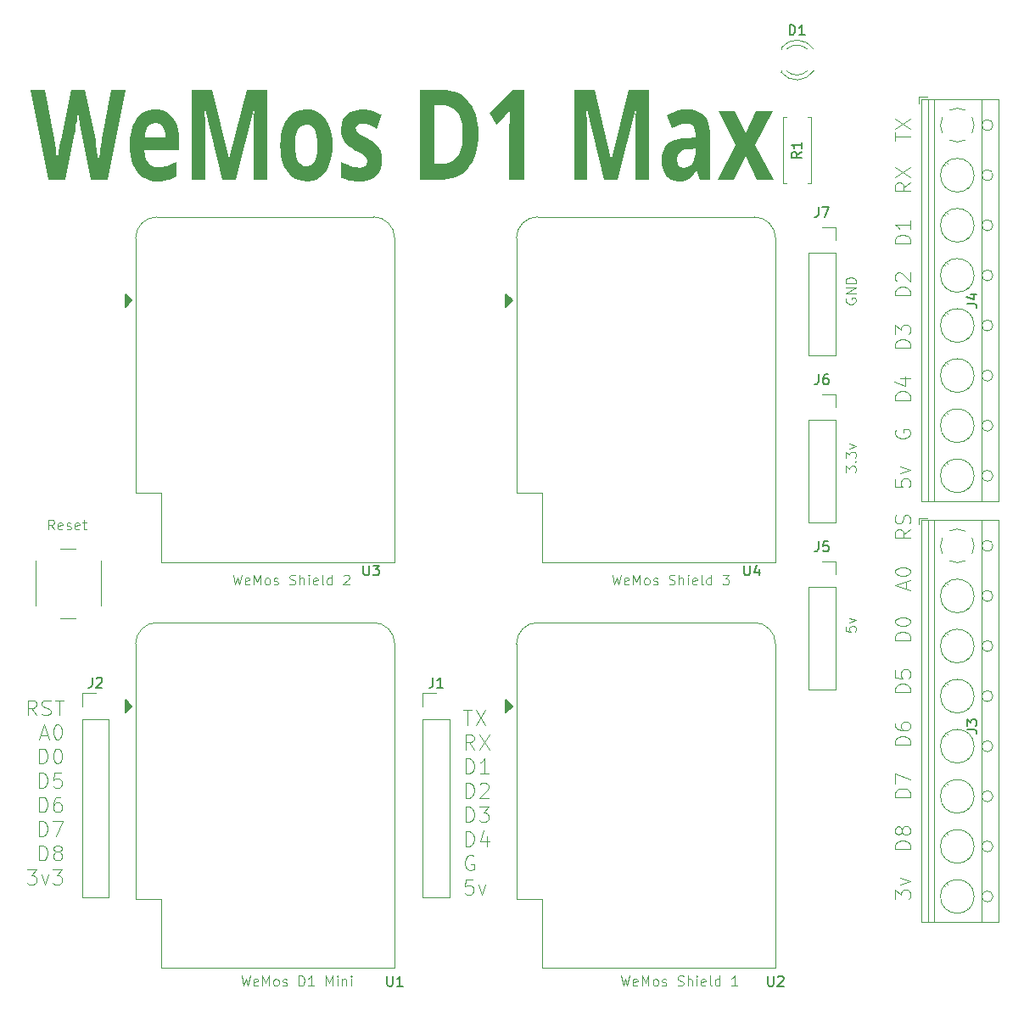
<source format=gbr>
%TF.GenerationSoftware,KiCad,Pcbnew,8.0.3*%
%TF.CreationDate,2024-06-10T16:35:51-04:00*%
%TF.ProjectId,Kicad 8,4b696361-6420-4382-9e6b-696361645f70,rev?*%
%TF.SameCoordinates,Original*%
%TF.FileFunction,Legend,Top*%
%TF.FilePolarity,Positive*%
%FSLAX46Y46*%
G04 Gerber Fmt 4.6, Leading zero omitted, Abs format (unit mm)*
G04 Created by KiCad (PCBNEW 8.0.3) date 2024-06-10 16:35:51*
%MOMM*%
%LPD*%
G01*
G04 APERTURE LIST*
%ADD10C,0.100000*%
%ADD11C,1.200000*%
%ADD12C,0.150000*%
%ADD13C,0.120000*%
G04 APERTURE END LIST*
D10*
X101708646Y-81372419D02*
X101946741Y-82372419D01*
X101946741Y-82372419D02*
X102137217Y-81658133D01*
X102137217Y-81658133D02*
X102327693Y-82372419D01*
X102327693Y-82372419D02*
X102565789Y-81372419D01*
X103327693Y-82324800D02*
X103232455Y-82372419D01*
X103232455Y-82372419D02*
X103041979Y-82372419D01*
X103041979Y-82372419D02*
X102946741Y-82324800D01*
X102946741Y-82324800D02*
X102899122Y-82229561D01*
X102899122Y-82229561D02*
X102899122Y-81848609D01*
X102899122Y-81848609D02*
X102946741Y-81753371D01*
X102946741Y-81753371D02*
X103041979Y-81705752D01*
X103041979Y-81705752D02*
X103232455Y-81705752D01*
X103232455Y-81705752D02*
X103327693Y-81753371D01*
X103327693Y-81753371D02*
X103375312Y-81848609D01*
X103375312Y-81848609D02*
X103375312Y-81943847D01*
X103375312Y-81943847D02*
X102899122Y-82039085D01*
X103803884Y-82372419D02*
X103803884Y-81372419D01*
X103803884Y-81372419D02*
X104137217Y-82086704D01*
X104137217Y-82086704D02*
X104470550Y-81372419D01*
X104470550Y-81372419D02*
X104470550Y-82372419D01*
X105089598Y-82372419D02*
X104994360Y-82324800D01*
X104994360Y-82324800D02*
X104946741Y-82277180D01*
X104946741Y-82277180D02*
X104899122Y-82181942D01*
X104899122Y-82181942D02*
X104899122Y-81896228D01*
X104899122Y-81896228D02*
X104946741Y-81800990D01*
X104946741Y-81800990D02*
X104994360Y-81753371D01*
X104994360Y-81753371D02*
X105089598Y-81705752D01*
X105089598Y-81705752D02*
X105232455Y-81705752D01*
X105232455Y-81705752D02*
X105327693Y-81753371D01*
X105327693Y-81753371D02*
X105375312Y-81800990D01*
X105375312Y-81800990D02*
X105422931Y-81896228D01*
X105422931Y-81896228D02*
X105422931Y-82181942D01*
X105422931Y-82181942D02*
X105375312Y-82277180D01*
X105375312Y-82277180D02*
X105327693Y-82324800D01*
X105327693Y-82324800D02*
X105232455Y-82372419D01*
X105232455Y-82372419D02*
X105089598Y-82372419D01*
X105803884Y-82324800D02*
X105899122Y-82372419D01*
X105899122Y-82372419D02*
X106089598Y-82372419D01*
X106089598Y-82372419D02*
X106184836Y-82324800D01*
X106184836Y-82324800D02*
X106232455Y-82229561D01*
X106232455Y-82229561D02*
X106232455Y-82181942D01*
X106232455Y-82181942D02*
X106184836Y-82086704D01*
X106184836Y-82086704D02*
X106089598Y-82039085D01*
X106089598Y-82039085D02*
X105946741Y-82039085D01*
X105946741Y-82039085D02*
X105851503Y-81991466D01*
X105851503Y-81991466D02*
X105803884Y-81896228D01*
X105803884Y-81896228D02*
X105803884Y-81848609D01*
X105803884Y-81848609D02*
X105851503Y-81753371D01*
X105851503Y-81753371D02*
X105946741Y-81705752D01*
X105946741Y-81705752D02*
X106089598Y-81705752D01*
X106089598Y-81705752D02*
X106184836Y-81753371D01*
X107375313Y-82324800D02*
X107518170Y-82372419D01*
X107518170Y-82372419D02*
X107756265Y-82372419D01*
X107756265Y-82372419D02*
X107851503Y-82324800D01*
X107851503Y-82324800D02*
X107899122Y-82277180D01*
X107899122Y-82277180D02*
X107946741Y-82181942D01*
X107946741Y-82181942D02*
X107946741Y-82086704D01*
X107946741Y-82086704D02*
X107899122Y-81991466D01*
X107899122Y-81991466D02*
X107851503Y-81943847D01*
X107851503Y-81943847D02*
X107756265Y-81896228D01*
X107756265Y-81896228D02*
X107565789Y-81848609D01*
X107565789Y-81848609D02*
X107470551Y-81800990D01*
X107470551Y-81800990D02*
X107422932Y-81753371D01*
X107422932Y-81753371D02*
X107375313Y-81658133D01*
X107375313Y-81658133D02*
X107375313Y-81562895D01*
X107375313Y-81562895D02*
X107422932Y-81467657D01*
X107422932Y-81467657D02*
X107470551Y-81420038D01*
X107470551Y-81420038D02*
X107565789Y-81372419D01*
X107565789Y-81372419D02*
X107803884Y-81372419D01*
X107803884Y-81372419D02*
X107946741Y-81420038D01*
X108375313Y-82372419D02*
X108375313Y-81372419D01*
X108803884Y-82372419D02*
X108803884Y-81848609D01*
X108803884Y-81848609D02*
X108756265Y-81753371D01*
X108756265Y-81753371D02*
X108661027Y-81705752D01*
X108661027Y-81705752D02*
X108518170Y-81705752D01*
X108518170Y-81705752D02*
X108422932Y-81753371D01*
X108422932Y-81753371D02*
X108375313Y-81800990D01*
X109280075Y-82372419D02*
X109280075Y-81705752D01*
X109280075Y-81372419D02*
X109232456Y-81420038D01*
X109232456Y-81420038D02*
X109280075Y-81467657D01*
X109280075Y-81467657D02*
X109327694Y-81420038D01*
X109327694Y-81420038D02*
X109280075Y-81372419D01*
X109280075Y-81372419D02*
X109280075Y-81467657D01*
X110137217Y-82324800D02*
X110041979Y-82372419D01*
X110041979Y-82372419D02*
X109851503Y-82372419D01*
X109851503Y-82372419D02*
X109756265Y-82324800D01*
X109756265Y-82324800D02*
X109708646Y-82229561D01*
X109708646Y-82229561D02*
X109708646Y-81848609D01*
X109708646Y-81848609D02*
X109756265Y-81753371D01*
X109756265Y-81753371D02*
X109851503Y-81705752D01*
X109851503Y-81705752D02*
X110041979Y-81705752D01*
X110041979Y-81705752D02*
X110137217Y-81753371D01*
X110137217Y-81753371D02*
X110184836Y-81848609D01*
X110184836Y-81848609D02*
X110184836Y-81943847D01*
X110184836Y-81943847D02*
X109708646Y-82039085D01*
X110756265Y-82372419D02*
X110661027Y-82324800D01*
X110661027Y-82324800D02*
X110613408Y-82229561D01*
X110613408Y-82229561D02*
X110613408Y-81372419D01*
X111565789Y-82372419D02*
X111565789Y-81372419D01*
X111565789Y-82324800D02*
X111470551Y-82372419D01*
X111470551Y-82372419D02*
X111280075Y-82372419D01*
X111280075Y-82372419D02*
X111184837Y-82324800D01*
X111184837Y-82324800D02*
X111137218Y-82277180D01*
X111137218Y-82277180D02*
X111089599Y-82181942D01*
X111089599Y-82181942D02*
X111089599Y-81896228D01*
X111089599Y-81896228D02*
X111137218Y-81800990D01*
X111137218Y-81800990D02*
X111184837Y-81753371D01*
X111184837Y-81753371D02*
X111280075Y-81705752D01*
X111280075Y-81705752D02*
X111470551Y-81705752D01*
X111470551Y-81705752D02*
X111565789Y-81753371D01*
X112756266Y-81467657D02*
X112803885Y-81420038D01*
X112803885Y-81420038D02*
X112899123Y-81372419D01*
X112899123Y-81372419D02*
X113137218Y-81372419D01*
X113137218Y-81372419D02*
X113232456Y-81420038D01*
X113232456Y-81420038D02*
X113280075Y-81467657D01*
X113280075Y-81467657D02*
X113327694Y-81562895D01*
X113327694Y-81562895D02*
X113327694Y-81658133D01*
X113327694Y-81658133D02*
X113280075Y-81800990D01*
X113280075Y-81800990D02*
X112708647Y-82372419D01*
X112708647Y-82372419D02*
X113327694Y-82372419D01*
X162920038Y-53796116D02*
X162872419Y-53891354D01*
X162872419Y-53891354D02*
X162872419Y-54034211D01*
X162872419Y-54034211D02*
X162920038Y-54177068D01*
X162920038Y-54177068D02*
X163015276Y-54272306D01*
X163015276Y-54272306D02*
X163110514Y-54319925D01*
X163110514Y-54319925D02*
X163300990Y-54367544D01*
X163300990Y-54367544D02*
X163443847Y-54367544D01*
X163443847Y-54367544D02*
X163634323Y-54319925D01*
X163634323Y-54319925D02*
X163729561Y-54272306D01*
X163729561Y-54272306D02*
X163824800Y-54177068D01*
X163824800Y-54177068D02*
X163872419Y-54034211D01*
X163872419Y-54034211D02*
X163872419Y-53938973D01*
X163872419Y-53938973D02*
X163824800Y-53796116D01*
X163824800Y-53796116D02*
X163777180Y-53748497D01*
X163777180Y-53748497D02*
X163443847Y-53748497D01*
X163443847Y-53748497D02*
X163443847Y-53938973D01*
X163872419Y-53319925D02*
X162872419Y-53319925D01*
X162872419Y-53319925D02*
X163872419Y-52748497D01*
X163872419Y-52748497D02*
X162872419Y-52748497D01*
X163872419Y-52272306D02*
X162872419Y-52272306D01*
X162872419Y-52272306D02*
X162872419Y-52034211D01*
X162872419Y-52034211D02*
X162920038Y-51891354D01*
X162920038Y-51891354D02*
X163015276Y-51796116D01*
X163015276Y-51796116D02*
X163110514Y-51748497D01*
X163110514Y-51748497D02*
X163300990Y-51700878D01*
X163300990Y-51700878D02*
X163443847Y-51700878D01*
X163443847Y-51700878D02*
X163634323Y-51748497D01*
X163634323Y-51748497D02*
X163729561Y-51796116D01*
X163729561Y-51796116D02*
X163824800Y-51891354D01*
X163824800Y-51891354D02*
X163872419Y-52034211D01*
X163872419Y-52034211D02*
X163872419Y-52272306D01*
X162872419Y-71148365D02*
X162872419Y-70529318D01*
X162872419Y-70529318D02*
X163253371Y-70862651D01*
X163253371Y-70862651D02*
X163253371Y-70719794D01*
X163253371Y-70719794D02*
X163300990Y-70624556D01*
X163300990Y-70624556D02*
X163348609Y-70576937D01*
X163348609Y-70576937D02*
X163443847Y-70529318D01*
X163443847Y-70529318D02*
X163681942Y-70529318D01*
X163681942Y-70529318D02*
X163777180Y-70576937D01*
X163777180Y-70576937D02*
X163824800Y-70624556D01*
X163824800Y-70624556D02*
X163872419Y-70719794D01*
X163872419Y-70719794D02*
X163872419Y-71005508D01*
X163872419Y-71005508D02*
X163824800Y-71100746D01*
X163824800Y-71100746D02*
X163777180Y-71148365D01*
X163777180Y-70100746D02*
X163824800Y-70053127D01*
X163824800Y-70053127D02*
X163872419Y-70100746D01*
X163872419Y-70100746D02*
X163824800Y-70148365D01*
X163824800Y-70148365D02*
X163777180Y-70100746D01*
X163777180Y-70100746D02*
X163872419Y-70100746D01*
X162872419Y-69719794D02*
X162872419Y-69100747D01*
X162872419Y-69100747D02*
X163253371Y-69434080D01*
X163253371Y-69434080D02*
X163253371Y-69291223D01*
X163253371Y-69291223D02*
X163300990Y-69195985D01*
X163300990Y-69195985D02*
X163348609Y-69148366D01*
X163348609Y-69148366D02*
X163443847Y-69100747D01*
X163443847Y-69100747D02*
X163681942Y-69100747D01*
X163681942Y-69100747D02*
X163777180Y-69148366D01*
X163777180Y-69148366D02*
X163824800Y-69195985D01*
X163824800Y-69195985D02*
X163872419Y-69291223D01*
X163872419Y-69291223D02*
X163872419Y-69576937D01*
X163872419Y-69576937D02*
X163824800Y-69672175D01*
X163824800Y-69672175D02*
X163777180Y-69719794D01*
X163205752Y-68767413D02*
X163872419Y-68529318D01*
X163872419Y-68529318D02*
X163205752Y-68291223D01*
X162872419Y-86548234D02*
X162872419Y-87024424D01*
X162872419Y-87024424D02*
X163348609Y-87072043D01*
X163348609Y-87072043D02*
X163300990Y-87024424D01*
X163300990Y-87024424D02*
X163253371Y-86929186D01*
X163253371Y-86929186D02*
X163253371Y-86691091D01*
X163253371Y-86691091D02*
X163300990Y-86595853D01*
X163300990Y-86595853D02*
X163348609Y-86548234D01*
X163348609Y-86548234D02*
X163443847Y-86500615D01*
X163443847Y-86500615D02*
X163681942Y-86500615D01*
X163681942Y-86500615D02*
X163777180Y-86548234D01*
X163777180Y-86548234D02*
X163824800Y-86595853D01*
X163824800Y-86595853D02*
X163872419Y-86691091D01*
X163872419Y-86691091D02*
X163872419Y-86929186D01*
X163872419Y-86929186D02*
X163824800Y-87024424D01*
X163824800Y-87024424D02*
X163777180Y-87072043D01*
X163205752Y-86167281D02*
X163872419Y-85929186D01*
X163872419Y-85929186D02*
X163205752Y-85691091D01*
X167811228Y-113779925D02*
X167811228Y-112851353D01*
X167811228Y-112851353D02*
X168382657Y-113351353D01*
X168382657Y-113351353D02*
X168382657Y-113137068D01*
X168382657Y-113137068D02*
X168454085Y-112994211D01*
X168454085Y-112994211D02*
X168525514Y-112922782D01*
X168525514Y-112922782D02*
X168668371Y-112851353D01*
X168668371Y-112851353D02*
X169025514Y-112851353D01*
X169025514Y-112851353D02*
X169168371Y-112922782D01*
X169168371Y-112922782D02*
X169239800Y-112994211D01*
X169239800Y-112994211D02*
X169311228Y-113137068D01*
X169311228Y-113137068D02*
X169311228Y-113565639D01*
X169311228Y-113565639D02*
X169239800Y-113708496D01*
X169239800Y-113708496D02*
X169168371Y-113779925D01*
X168311228Y-112351354D02*
X169311228Y-111994211D01*
X169311228Y-111994211D02*
X168311228Y-111637068D01*
X169311228Y-108779926D02*
X167811228Y-108779926D01*
X167811228Y-108779926D02*
X167811228Y-108422783D01*
X167811228Y-108422783D02*
X167882657Y-108208497D01*
X167882657Y-108208497D02*
X168025514Y-108065640D01*
X168025514Y-108065640D02*
X168168371Y-107994211D01*
X168168371Y-107994211D02*
X168454085Y-107922783D01*
X168454085Y-107922783D02*
X168668371Y-107922783D01*
X168668371Y-107922783D02*
X168954085Y-107994211D01*
X168954085Y-107994211D02*
X169096942Y-108065640D01*
X169096942Y-108065640D02*
X169239800Y-108208497D01*
X169239800Y-108208497D02*
X169311228Y-108422783D01*
X169311228Y-108422783D02*
X169311228Y-108779926D01*
X168454085Y-107065640D02*
X168382657Y-107208497D01*
X168382657Y-107208497D02*
X168311228Y-107279926D01*
X168311228Y-107279926D02*
X168168371Y-107351354D01*
X168168371Y-107351354D02*
X168096942Y-107351354D01*
X168096942Y-107351354D02*
X167954085Y-107279926D01*
X167954085Y-107279926D02*
X167882657Y-107208497D01*
X167882657Y-107208497D02*
X167811228Y-107065640D01*
X167811228Y-107065640D02*
X167811228Y-106779926D01*
X167811228Y-106779926D02*
X167882657Y-106637069D01*
X167882657Y-106637069D02*
X167954085Y-106565640D01*
X167954085Y-106565640D02*
X168096942Y-106494211D01*
X168096942Y-106494211D02*
X168168371Y-106494211D01*
X168168371Y-106494211D02*
X168311228Y-106565640D01*
X168311228Y-106565640D02*
X168382657Y-106637069D01*
X168382657Y-106637069D02*
X168454085Y-106779926D01*
X168454085Y-106779926D02*
X168454085Y-107065640D01*
X168454085Y-107065640D02*
X168525514Y-107208497D01*
X168525514Y-107208497D02*
X168596942Y-107279926D01*
X168596942Y-107279926D02*
X168739800Y-107351354D01*
X168739800Y-107351354D02*
X169025514Y-107351354D01*
X169025514Y-107351354D02*
X169168371Y-107279926D01*
X169168371Y-107279926D02*
X169239800Y-107208497D01*
X169239800Y-107208497D02*
X169311228Y-107065640D01*
X169311228Y-107065640D02*
X169311228Y-106779926D01*
X169311228Y-106779926D02*
X169239800Y-106637069D01*
X169239800Y-106637069D02*
X169168371Y-106565640D01*
X169168371Y-106565640D02*
X169025514Y-106494211D01*
X169025514Y-106494211D02*
X168739800Y-106494211D01*
X168739800Y-106494211D02*
X168596942Y-106565640D01*
X168596942Y-106565640D02*
X168525514Y-106637069D01*
X168525514Y-106637069D02*
X168454085Y-106779926D01*
X169311228Y-103565641D02*
X167811228Y-103565641D01*
X167811228Y-103565641D02*
X167811228Y-103208498D01*
X167811228Y-103208498D02*
X167882657Y-102994212D01*
X167882657Y-102994212D02*
X168025514Y-102851355D01*
X168025514Y-102851355D02*
X168168371Y-102779926D01*
X168168371Y-102779926D02*
X168454085Y-102708498D01*
X168454085Y-102708498D02*
X168668371Y-102708498D01*
X168668371Y-102708498D02*
X168954085Y-102779926D01*
X168954085Y-102779926D02*
X169096942Y-102851355D01*
X169096942Y-102851355D02*
X169239800Y-102994212D01*
X169239800Y-102994212D02*
X169311228Y-103208498D01*
X169311228Y-103208498D02*
X169311228Y-103565641D01*
X167811228Y-102208498D02*
X167811228Y-101208498D01*
X167811228Y-101208498D02*
X169311228Y-101851355D01*
X169311228Y-98351356D02*
X167811228Y-98351356D01*
X167811228Y-98351356D02*
X167811228Y-97994213D01*
X167811228Y-97994213D02*
X167882657Y-97779927D01*
X167882657Y-97779927D02*
X168025514Y-97637070D01*
X168025514Y-97637070D02*
X168168371Y-97565641D01*
X168168371Y-97565641D02*
X168454085Y-97494213D01*
X168454085Y-97494213D02*
X168668371Y-97494213D01*
X168668371Y-97494213D02*
X168954085Y-97565641D01*
X168954085Y-97565641D02*
X169096942Y-97637070D01*
X169096942Y-97637070D02*
X169239800Y-97779927D01*
X169239800Y-97779927D02*
X169311228Y-97994213D01*
X169311228Y-97994213D02*
X169311228Y-98351356D01*
X167811228Y-96208499D02*
X167811228Y-96494213D01*
X167811228Y-96494213D02*
X167882657Y-96637070D01*
X167882657Y-96637070D02*
X167954085Y-96708499D01*
X167954085Y-96708499D02*
X168168371Y-96851356D01*
X168168371Y-96851356D02*
X168454085Y-96922784D01*
X168454085Y-96922784D02*
X169025514Y-96922784D01*
X169025514Y-96922784D02*
X169168371Y-96851356D01*
X169168371Y-96851356D02*
X169239800Y-96779927D01*
X169239800Y-96779927D02*
X169311228Y-96637070D01*
X169311228Y-96637070D02*
X169311228Y-96351356D01*
X169311228Y-96351356D02*
X169239800Y-96208499D01*
X169239800Y-96208499D02*
X169168371Y-96137070D01*
X169168371Y-96137070D02*
X169025514Y-96065641D01*
X169025514Y-96065641D02*
X168668371Y-96065641D01*
X168668371Y-96065641D02*
X168525514Y-96137070D01*
X168525514Y-96137070D02*
X168454085Y-96208499D01*
X168454085Y-96208499D02*
X168382657Y-96351356D01*
X168382657Y-96351356D02*
X168382657Y-96637070D01*
X168382657Y-96637070D02*
X168454085Y-96779927D01*
X168454085Y-96779927D02*
X168525514Y-96851356D01*
X168525514Y-96851356D02*
X168668371Y-96922784D01*
X169311228Y-93137071D02*
X167811228Y-93137071D01*
X167811228Y-93137071D02*
X167811228Y-92779928D01*
X167811228Y-92779928D02*
X167882657Y-92565642D01*
X167882657Y-92565642D02*
X168025514Y-92422785D01*
X168025514Y-92422785D02*
X168168371Y-92351356D01*
X168168371Y-92351356D02*
X168454085Y-92279928D01*
X168454085Y-92279928D02*
X168668371Y-92279928D01*
X168668371Y-92279928D02*
X168954085Y-92351356D01*
X168954085Y-92351356D02*
X169096942Y-92422785D01*
X169096942Y-92422785D02*
X169239800Y-92565642D01*
X169239800Y-92565642D02*
X169311228Y-92779928D01*
X169311228Y-92779928D02*
X169311228Y-93137071D01*
X167811228Y-90922785D02*
X167811228Y-91637071D01*
X167811228Y-91637071D02*
X168525514Y-91708499D01*
X168525514Y-91708499D02*
X168454085Y-91637071D01*
X168454085Y-91637071D02*
X168382657Y-91494214D01*
X168382657Y-91494214D02*
X168382657Y-91137071D01*
X168382657Y-91137071D02*
X168454085Y-90994214D01*
X168454085Y-90994214D02*
X168525514Y-90922785D01*
X168525514Y-90922785D02*
X168668371Y-90851356D01*
X168668371Y-90851356D02*
X169025514Y-90851356D01*
X169025514Y-90851356D02*
X169168371Y-90922785D01*
X169168371Y-90922785D02*
X169239800Y-90994214D01*
X169239800Y-90994214D02*
X169311228Y-91137071D01*
X169311228Y-91137071D02*
X169311228Y-91494214D01*
X169311228Y-91494214D02*
X169239800Y-91637071D01*
X169239800Y-91637071D02*
X169168371Y-91708499D01*
X169311228Y-87922786D02*
X167811228Y-87922786D01*
X167811228Y-87922786D02*
X167811228Y-87565643D01*
X167811228Y-87565643D02*
X167882657Y-87351357D01*
X167882657Y-87351357D02*
X168025514Y-87208500D01*
X168025514Y-87208500D02*
X168168371Y-87137071D01*
X168168371Y-87137071D02*
X168454085Y-87065643D01*
X168454085Y-87065643D02*
X168668371Y-87065643D01*
X168668371Y-87065643D02*
X168954085Y-87137071D01*
X168954085Y-87137071D02*
X169096942Y-87208500D01*
X169096942Y-87208500D02*
X169239800Y-87351357D01*
X169239800Y-87351357D02*
X169311228Y-87565643D01*
X169311228Y-87565643D02*
X169311228Y-87922786D01*
X167811228Y-86137071D02*
X167811228Y-85994214D01*
X167811228Y-85994214D02*
X167882657Y-85851357D01*
X167882657Y-85851357D02*
X167954085Y-85779929D01*
X167954085Y-85779929D02*
X168096942Y-85708500D01*
X168096942Y-85708500D02*
X168382657Y-85637071D01*
X168382657Y-85637071D02*
X168739800Y-85637071D01*
X168739800Y-85637071D02*
X169025514Y-85708500D01*
X169025514Y-85708500D02*
X169168371Y-85779929D01*
X169168371Y-85779929D02*
X169239800Y-85851357D01*
X169239800Y-85851357D02*
X169311228Y-85994214D01*
X169311228Y-85994214D02*
X169311228Y-86137071D01*
X169311228Y-86137071D02*
X169239800Y-86279929D01*
X169239800Y-86279929D02*
X169168371Y-86351357D01*
X169168371Y-86351357D02*
X169025514Y-86422786D01*
X169025514Y-86422786D02*
X168739800Y-86494214D01*
X168739800Y-86494214D02*
X168382657Y-86494214D01*
X168382657Y-86494214D02*
X168096942Y-86422786D01*
X168096942Y-86422786D02*
X167954085Y-86351357D01*
X167954085Y-86351357D02*
X167882657Y-86279929D01*
X167882657Y-86279929D02*
X167811228Y-86137071D01*
X168882657Y-82779929D02*
X168882657Y-82065644D01*
X169311228Y-82922786D02*
X167811228Y-82422786D01*
X167811228Y-82422786D02*
X169311228Y-81922786D01*
X167811228Y-81137072D02*
X167811228Y-80994215D01*
X167811228Y-80994215D02*
X167882657Y-80851358D01*
X167882657Y-80851358D02*
X167954085Y-80779930D01*
X167954085Y-80779930D02*
X168096942Y-80708501D01*
X168096942Y-80708501D02*
X168382657Y-80637072D01*
X168382657Y-80637072D02*
X168739800Y-80637072D01*
X168739800Y-80637072D02*
X169025514Y-80708501D01*
X169025514Y-80708501D02*
X169168371Y-80779930D01*
X169168371Y-80779930D02*
X169239800Y-80851358D01*
X169239800Y-80851358D02*
X169311228Y-80994215D01*
X169311228Y-80994215D02*
X169311228Y-81137072D01*
X169311228Y-81137072D02*
X169239800Y-81279930D01*
X169239800Y-81279930D02*
X169168371Y-81351358D01*
X169168371Y-81351358D02*
X169025514Y-81422787D01*
X169025514Y-81422787D02*
X168739800Y-81494215D01*
X168739800Y-81494215D02*
X168382657Y-81494215D01*
X168382657Y-81494215D02*
X168096942Y-81422787D01*
X168096942Y-81422787D02*
X167954085Y-81351358D01*
X167954085Y-81351358D02*
X167882657Y-81279930D01*
X167882657Y-81279930D02*
X167811228Y-81137072D01*
X169311228Y-76851359D02*
X168596942Y-77351359D01*
X169311228Y-77708502D02*
X167811228Y-77708502D01*
X167811228Y-77708502D02*
X167811228Y-77137073D01*
X167811228Y-77137073D02*
X167882657Y-76994216D01*
X167882657Y-76994216D02*
X167954085Y-76922787D01*
X167954085Y-76922787D02*
X168096942Y-76851359D01*
X168096942Y-76851359D02*
X168311228Y-76851359D01*
X168311228Y-76851359D02*
X168454085Y-76922787D01*
X168454085Y-76922787D02*
X168525514Y-76994216D01*
X168525514Y-76994216D02*
X168596942Y-77137073D01*
X168596942Y-77137073D02*
X168596942Y-77708502D01*
X169239800Y-76279930D02*
X169311228Y-76065645D01*
X169311228Y-76065645D02*
X169311228Y-75708502D01*
X169311228Y-75708502D02*
X169239800Y-75565645D01*
X169239800Y-75565645D02*
X169168371Y-75494216D01*
X169168371Y-75494216D02*
X169025514Y-75422787D01*
X169025514Y-75422787D02*
X168882657Y-75422787D01*
X168882657Y-75422787D02*
X168739800Y-75494216D01*
X168739800Y-75494216D02*
X168668371Y-75565645D01*
X168668371Y-75565645D02*
X168596942Y-75708502D01*
X168596942Y-75708502D02*
X168525514Y-75994216D01*
X168525514Y-75994216D02*
X168454085Y-76137073D01*
X168454085Y-76137073D02*
X168382657Y-76208502D01*
X168382657Y-76208502D02*
X168239800Y-76279930D01*
X168239800Y-76279930D02*
X168096942Y-76279930D01*
X168096942Y-76279930D02*
X167954085Y-76208502D01*
X167954085Y-76208502D02*
X167882657Y-76137073D01*
X167882657Y-76137073D02*
X167811228Y-75994216D01*
X167811228Y-75994216D02*
X167811228Y-75637073D01*
X167811228Y-75637073D02*
X167882657Y-75422787D01*
X102568646Y-121411919D02*
X102806741Y-122411919D01*
X102806741Y-122411919D02*
X102997217Y-121697633D01*
X102997217Y-121697633D02*
X103187693Y-122411919D01*
X103187693Y-122411919D02*
X103425789Y-121411919D01*
X104187693Y-122364300D02*
X104092455Y-122411919D01*
X104092455Y-122411919D02*
X103901979Y-122411919D01*
X103901979Y-122411919D02*
X103806741Y-122364300D01*
X103806741Y-122364300D02*
X103759122Y-122269061D01*
X103759122Y-122269061D02*
X103759122Y-121888109D01*
X103759122Y-121888109D02*
X103806741Y-121792871D01*
X103806741Y-121792871D02*
X103901979Y-121745252D01*
X103901979Y-121745252D02*
X104092455Y-121745252D01*
X104092455Y-121745252D02*
X104187693Y-121792871D01*
X104187693Y-121792871D02*
X104235312Y-121888109D01*
X104235312Y-121888109D02*
X104235312Y-121983347D01*
X104235312Y-121983347D02*
X103759122Y-122078585D01*
X104663884Y-122411919D02*
X104663884Y-121411919D01*
X104663884Y-121411919D02*
X104997217Y-122126204D01*
X104997217Y-122126204D02*
X105330550Y-121411919D01*
X105330550Y-121411919D02*
X105330550Y-122411919D01*
X105949598Y-122411919D02*
X105854360Y-122364300D01*
X105854360Y-122364300D02*
X105806741Y-122316680D01*
X105806741Y-122316680D02*
X105759122Y-122221442D01*
X105759122Y-122221442D02*
X105759122Y-121935728D01*
X105759122Y-121935728D02*
X105806741Y-121840490D01*
X105806741Y-121840490D02*
X105854360Y-121792871D01*
X105854360Y-121792871D02*
X105949598Y-121745252D01*
X105949598Y-121745252D02*
X106092455Y-121745252D01*
X106092455Y-121745252D02*
X106187693Y-121792871D01*
X106187693Y-121792871D02*
X106235312Y-121840490D01*
X106235312Y-121840490D02*
X106282931Y-121935728D01*
X106282931Y-121935728D02*
X106282931Y-122221442D01*
X106282931Y-122221442D02*
X106235312Y-122316680D01*
X106235312Y-122316680D02*
X106187693Y-122364300D01*
X106187693Y-122364300D02*
X106092455Y-122411919D01*
X106092455Y-122411919D02*
X105949598Y-122411919D01*
X106663884Y-122364300D02*
X106759122Y-122411919D01*
X106759122Y-122411919D02*
X106949598Y-122411919D01*
X106949598Y-122411919D02*
X107044836Y-122364300D01*
X107044836Y-122364300D02*
X107092455Y-122269061D01*
X107092455Y-122269061D02*
X107092455Y-122221442D01*
X107092455Y-122221442D02*
X107044836Y-122126204D01*
X107044836Y-122126204D02*
X106949598Y-122078585D01*
X106949598Y-122078585D02*
X106806741Y-122078585D01*
X106806741Y-122078585D02*
X106711503Y-122030966D01*
X106711503Y-122030966D02*
X106663884Y-121935728D01*
X106663884Y-121935728D02*
X106663884Y-121888109D01*
X106663884Y-121888109D02*
X106711503Y-121792871D01*
X106711503Y-121792871D02*
X106806741Y-121745252D01*
X106806741Y-121745252D02*
X106949598Y-121745252D01*
X106949598Y-121745252D02*
X107044836Y-121792871D01*
X108282932Y-122411919D02*
X108282932Y-121411919D01*
X108282932Y-121411919D02*
X108521027Y-121411919D01*
X108521027Y-121411919D02*
X108663884Y-121459538D01*
X108663884Y-121459538D02*
X108759122Y-121554776D01*
X108759122Y-121554776D02*
X108806741Y-121650014D01*
X108806741Y-121650014D02*
X108854360Y-121840490D01*
X108854360Y-121840490D02*
X108854360Y-121983347D01*
X108854360Y-121983347D02*
X108806741Y-122173823D01*
X108806741Y-122173823D02*
X108759122Y-122269061D01*
X108759122Y-122269061D02*
X108663884Y-122364300D01*
X108663884Y-122364300D02*
X108521027Y-122411919D01*
X108521027Y-122411919D02*
X108282932Y-122411919D01*
X109806741Y-122411919D02*
X109235313Y-122411919D01*
X109521027Y-122411919D02*
X109521027Y-121411919D01*
X109521027Y-121411919D02*
X109425789Y-121554776D01*
X109425789Y-121554776D02*
X109330551Y-121650014D01*
X109330551Y-121650014D02*
X109235313Y-121697633D01*
X110997218Y-122411919D02*
X110997218Y-121411919D01*
X110997218Y-121411919D02*
X111330551Y-122126204D01*
X111330551Y-122126204D02*
X111663884Y-121411919D01*
X111663884Y-121411919D02*
X111663884Y-122411919D01*
X112140075Y-122411919D02*
X112140075Y-121745252D01*
X112140075Y-121411919D02*
X112092456Y-121459538D01*
X112092456Y-121459538D02*
X112140075Y-121507157D01*
X112140075Y-121507157D02*
X112187694Y-121459538D01*
X112187694Y-121459538D02*
X112140075Y-121411919D01*
X112140075Y-121411919D02*
X112140075Y-121507157D01*
X112616265Y-121745252D02*
X112616265Y-122411919D01*
X112616265Y-121840490D02*
X112663884Y-121792871D01*
X112663884Y-121792871D02*
X112759122Y-121745252D01*
X112759122Y-121745252D02*
X112901979Y-121745252D01*
X112901979Y-121745252D02*
X112997217Y-121792871D01*
X112997217Y-121792871D02*
X113044836Y-121888109D01*
X113044836Y-121888109D02*
X113044836Y-122411919D01*
X113521027Y-122411919D02*
X113521027Y-121745252D01*
X113521027Y-121411919D02*
X113473408Y-121459538D01*
X113473408Y-121459538D02*
X113521027Y-121507157D01*
X113521027Y-121507157D02*
X113568646Y-121459538D01*
X113568646Y-121459538D02*
X113521027Y-121411919D01*
X113521027Y-121411919D02*
X113521027Y-121507157D01*
D11*
G36*
X89232972Y-41970000D02*
G01*
X87535240Y-41970000D01*
X86582937Y-37246099D01*
X86499509Y-36792002D01*
X86425091Y-36347410D01*
X86401709Y-36204159D01*
X86333154Y-35760443D01*
X86272520Y-35310184D01*
X86256385Y-35142435D01*
X86200895Y-35609257D01*
X86132093Y-36076235D01*
X86111060Y-36210753D01*
X86038368Y-36665900D01*
X85963382Y-37101673D01*
X85933251Y-37259288D01*
X84986078Y-41970000D01*
X83293475Y-41970000D01*
X81500000Y-32966231D01*
X82966922Y-32966231D01*
X83864515Y-37876978D01*
X83948423Y-38374403D01*
X84023196Y-38846172D01*
X84088832Y-39292283D01*
X84153861Y-39780319D01*
X84206454Y-40233433D01*
X84253899Y-39786102D01*
X84313605Y-39325101D01*
X84338101Y-39147529D01*
X84408186Y-38680481D01*
X84486845Y-38229649D01*
X84533007Y-38006671D01*
X85558827Y-32966231D01*
X86967620Y-32966231D01*
X87991730Y-38006671D01*
X88072226Y-38466852D01*
X88140668Y-38912705D01*
X88159281Y-39039818D01*
X88222974Y-39494256D01*
X88279554Y-39937277D01*
X88313154Y-40233433D01*
X88366168Y-39768688D01*
X88429320Y-39298002D01*
X88467027Y-39037620D01*
X88537680Y-38576168D01*
X88615450Y-38115206D01*
X88660223Y-37876978D01*
X89554396Y-32966231D01*
X91021318Y-32966231D01*
X89232972Y-41970000D01*
G37*
G36*
X94302101Y-34956252D02*
G01*
X94681814Y-35034769D01*
X95026065Y-35172173D01*
X95334853Y-35368464D01*
X95650284Y-35671897D01*
X95731542Y-35773314D01*
X95979361Y-36170228D01*
X96143332Y-36558998D01*
X96262584Y-36992590D01*
X96337116Y-37471005D01*
X96366929Y-37994242D01*
X96367550Y-38085806D01*
X96367550Y-39004647D01*
X92900279Y-39004647D01*
X92946628Y-39471762D01*
X93070120Y-39906247D01*
X93269574Y-40257613D01*
X93568825Y-40532214D01*
X93911569Y-40672596D01*
X94240683Y-40708241D01*
X94597396Y-40690003D01*
X94939203Y-40635289D01*
X95158792Y-40578548D01*
X95488738Y-40459640D01*
X95829743Y-40297455D01*
X96063224Y-40165289D01*
X96063224Y-41622686D01*
X95741922Y-41802042D01*
X95403126Y-41940041D01*
X95240858Y-41989783D01*
X94885668Y-42063457D01*
X94512766Y-42101120D01*
X94174005Y-42110683D01*
X93782302Y-42088197D01*
X93418231Y-42020738D01*
X93081792Y-41908306D01*
X92714541Y-41714025D01*
X92387080Y-41454982D01*
X92144591Y-41189644D01*
X91896491Y-40816459D01*
X91699722Y-40389332D01*
X91554284Y-39908265D01*
X91472297Y-39466169D01*
X91425956Y-38986615D01*
X91414549Y-38576001D01*
X91431037Y-38051903D01*
X91461844Y-37749483D01*
X92934473Y-37749483D01*
X94991242Y-37749483D01*
X94953077Y-37302554D01*
X94827752Y-36872819D01*
X94707431Y-36661381D01*
X94431095Y-36398415D01*
X94080800Y-36282709D01*
X93967131Y-36276699D01*
X93622301Y-36340186D01*
X93306466Y-36571221D01*
X93237090Y-36661381D01*
X93048735Y-37057905D01*
X92956572Y-37496237D01*
X92934473Y-37749483D01*
X91461844Y-37749483D01*
X91480500Y-37566338D01*
X91562938Y-37119306D01*
X91705390Y-36633730D01*
X91895327Y-36203641D01*
X92089881Y-35887620D01*
X92361342Y-35564152D01*
X92669229Y-35307608D01*
X93013540Y-35117989D01*
X93394275Y-34995294D01*
X93739379Y-34944171D01*
X93958583Y-34935806D01*
X94302101Y-34956252D01*
G37*
G36*
X100617864Y-41970000D02*
G01*
X98925261Y-34907229D01*
X98882519Y-34907229D01*
X98904157Y-35423391D01*
X98922910Y-35894764D01*
X98942295Y-36420998D01*
X98957171Y-36877250D01*
X98969072Y-37332377D01*
X98974842Y-37782456D01*
X98974842Y-41970000D01*
X97642986Y-41970000D01*
X97642986Y-32966231D01*
X99670690Y-32966231D01*
X101335938Y-39850949D01*
X101365003Y-39850949D01*
X103129413Y-32966231D01*
X105157117Y-32966231D01*
X105157117Y-41970000D01*
X103768841Y-41970000D01*
X103768841Y-37709916D01*
X103772073Y-37252195D01*
X103775680Y-37015289D01*
X103788022Y-36535226D01*
X103801883Y-36085884D01*
X103817671Y-35601441D01*
X103833583Y-35127726D01*
X103840648Y-34920418D01*
X103797906Y-34920418D01*
X101983914Y-41970000D01*
X100617864Y-41970000D01*
G37*
G36*
X109436176Y-34962871D02*
G01*
X109789122Y-35044066D01*
X110119201Y-35179392D01*
X110426413Y-35368848D01*
X110737389Y-35642342D01*
X111004819Y-35975650D01*
X111228701Y-36368774D01*
X111334263Y-36613021D01*
X111473390Y-37036034D01*
X111572766Y-37493944D01*
X111632392Y-37986750D01*
X111651957Y-38446581D01*
X111652267Y-38514452D01*
X111635362Y-39024725D01*
X111584648Y-39499041D01*
X111500123Y-39937401D01*
X111354063Y-40415970D01*
X111159318Y-40842762D01*
X110959839Y-41158869D01*
X110681064Y-41482337D01*
X110364062Y-41738881D01*
X110008832Y-41928500D01*
X109615374Y-42051195D01*
X109258290Y-42102318D01*
X109031297Y-42110683D01*
X108655484Y-42083481D01*
X108302538Y-42001873D01*
X107972459Y-41865860D01*
X107665247Y-41675443D01*
X107354135Y-41399302D01*
X107086300Y-41062999D01*
X106861742Y-40666533D01*
X106755687Y-40420279D01*
X106617308Y-39994518D01*
X106518466Y-39534959D01*
X106459161Y-39041604D01*
X106439701Y-38582194D01*
X106439392Y-38514452D01*
X107933670Y-38514452D01*
X107950019Y-38997503D01*
X108007496Y-39466051D01*
X108119896Y-39893667D01*
X108195254Y-40070767D01*
X108438886Y-40390912D01*
X108774842Y-40563298D01*
X109050104Y-40596133D01*
X109414282Y-40534314D01*
X109722629Y-40325864D01*
X109892986Y-40072965D01*
X110039969Y-39652766D01*
X110114847Y-39218936D01*
X110147117Y-38765285D01*
X110151151Y-38514452D01*
X110134909Y-38032225D01*
X110077807Y-37566574D01*
X109966143Y-37144626D01*
X109891277Y-36971325D01*
X109649728Y-36657878D01*
X109314894Y-36489098D01*
X109039846Y-36456950D01*
X108675264Y-36517471D01*
X108365555Y-36721542D01*
X108193545Y-36969127D01*
X108045589Y-37381817D01*
X107970215Y-37811822D01*
X107937731Y-38263824D01*
X107933670Y-38514452D01*
X106439392Y-38514452D01*
X106456172Y-38002601D01*
X106506511Y-37527672D01*
X106590410Y-37089667D01*
X106735388Y-36612798D01*
X106928690Y-36189098D01*
X107126692Y-35876629D01*
X107404084Y-35556896D01*
X107720786Y-35303315D01*
X108076797Y-35115885D01*
X108472119Y-34994607D01*
X108831581Y-34944074D01*
X109060362Y-34935806D01*
X109436176Y-34962871D01*
G37*
G36*
X116583042Y-39932281D02*
G01*
X116555553Y-40373554D01*
X116456818Y-40818618D01*
X116286276Y-41200484D01*
X116043926Y-41519152D01*
X116008583Y-41554542D01*
X115685663Y-41797854D01*
X115344555Y-41953726D01*
X115008679Y-42044968D01*
X114632652Y-42097106D01*
X114288625Y-42110683D01*
X113938971Y-42100594D01*
X113593306Y-42066189D01*
X113288450Y-42007369D01*
X112936566Y-41900379D01*
X112604971Y-41756363D01*
X112513956Y-41708415D01*
X112513956Y-40152100D01*
X112834846Y-40325619D01*
X113184586Y-40476882D01*
X113433775Y-40565359D01*
X113771855Y-40660473D01*
X114133897Y-40721980D01*
X114336496Y-40732421D01*
X114685809Y-40695189D01*
X115003154Y-40522411D01*
X115134926Y-40136713D01*
X115028925Y-39776210D01*
X114740503Y-39513767D01*
X114663049Y-39459672D01*
X114339532Y-39254360D01*
X114025718Y-39075590D01*
X113972330Y-39046413D01*
X113649332Y-38862467D01*
X113325449Y-38648507D01*
X113061060Y-38428722D01*
X112809734Y-38122625D01*
X112637055Y-37775861D01*
X112534334Y-37335715D01*
X112505408Y-36868011D01*
X112549361Y-36381900D01*
X112681220Y-35962212D01*
X112900985Y-35608946D01*
X113061060Y-35441388D01*
X113367844Y-35220196D01*
X113732545Y-35062201D01*
X114099167Y-34975798D01*
X114448707Y-34940249D01*
X114635694Y-34935806D01*
X114997997Y-34954971D01*
X115356573Y-35012467D01*
X115711422Y-35108294D01*
X116062545Y-35242452D01*
X116409942Y-35414941D01*
X116524912Y-35480956D01*
X116082100Y-36841632D01*
X115762730Y-36674304D01*
X115437727Y-36523316D01*
X115326413Y-36476734D01*
X114972505Y-36369572D01*
X114611758Y-36333852D01*
X114269150Y-36378073D01*
X113984913Y-36632788D01*
X113962072Y-36786678D01*
X114121769Y-37178573D01*
X114170655Y-37226315D01*
X114476749Y-37440606D01*
X114801859Y-37626936D01*
X115087055Y-37778060D01*
X115415147Y-37958991D01*
X115743419Y-38171157D01*
X116010293Y-38391353D01*
X116265465Y-38696901D01*
X116442847Y-39046413D01*
X116552237Y-39481449D01*
X116583042Y-39932281D01*
G37*
G36*
X122986696Y-32984435D02*
G01*
X123380702Y-33039046D01*
X123750719Y-33130065D01*
X124096746Y-33257491D01*
X124418784Y-33421324D01*
X124787597Y-33677314D01*
X125118926Y-33990191D01*
X125240963Y-34131270D01*
X125515308Y-34517251D01*
X125743153Y-34948419D01*
X125924500Y-35424775D01*
X126059348Y-35946318D01*
X126133746Y-36396088D01*
X126178386Y-36874777D01*
X126193265Y-37382386D01*
X126177825Y-37921732D01*
X126131502Y-38428585D01*
X126054299Y-38902947D01*
X125946214Y-39344816D01*
X125807247Y-39754194D01*
X125590112Y-40220224D01*
X125324724Y-40635486D01*
X125205059Y-40787376D01*
X124874831Y-41128073D01*
X124579815Y-41359054D01*
X124257389Y-41553078D01*
X123907555Y-41710146D01*
X123530313Y-41830256D01*
X123125661Y-41913409D01*
X122693601Y-41959605D01*
X122351570Y-41970000D01*
X120361479Y-41970000D01*
X120361479Y-40387306D01*
X121850628Y-40387306D01*
X122490055Y-40387306D01*
X122875038Y-40361320D01*
X123222154Y-40283364D01*
X123626071Y-40098579D01*
X123962668Y-39821402D01*
X124231946Y-39451832D01*
X124433904Y-38989869D01*
X124568543Y-38435515D01*
X124625344Y-37959116D01*
X124644277Y-37430746D01*
X124626696Y-36913376D01*
X124573952Y-36446895D01*
X124448931Y-35904081D01*
X124261398Y-35451735D01*
X124011354Y-35089859D01*
X123698800Y-34818452D01*
X123323734Y-34637513D01*
X122886158Y-34547044D01*
X122643928Y-34535736D01*
X121850628Y-34535736D01*
X121850628Y-40387306D01*
X120361479Y-40387306D01*
X120361479Y-32966231D01*
X122568702Y-32966231D01*
X122986696Y-32984435D01*
G37*
G36*
X130792358Y-41970000D02*
G01*
X129306629Y-41970000D01*
X129306629Y-36764696D01*
X129322016Y-35909602D01*
X129345952Y-34975373D01*
X129099675Y-35284081D01*
X128840530Y-35585739D01*
X128831332Y-35595261D01*
X128022644Y-36426175D01*
X127306280Y-35276524D01*
X129571632Y-32966231D01*
X130792358Y-32966231D01*
X130792358Y-41970000D01*
G37*
G36*
X138723656Y-41970000D02*
G01*
X137031053Y-34907229D01*
X136988311Y-34907229D01*
X137009949Y-35423391D01*
X137028702Y-35894764D01*
X137048087Y-36420998D01*
X137062963Y-36877250D01*
X137074864Y-37332377D01*
X137080635Y-37782456D01*
X137080635Y-41970000D01*
X135748778Y-41970000D01*
X135748778Y-32966231D01*
X137776482Y-32966231D01*
X139441730Y-39850949D01*
X139470795Y-39850949D01*
X141235205Y-32966231D01*
X143262909Y-32966231D01*
X143262909Y-41970000D01*
X141874633Y-41970000D01*
X141874633Y-37709916D01*
X141877866Y-37252195D01*
X141881472Y-37015289D01*
X141893814Y-36535226D01*
X141907675Y-36085884D01*
X141923463Y-35601441D01*
X141939375Y-35127726D01*
X141946441Y-34920418D01*
X141903698Y-34920418D01*
X140089706Y-41970000D01*
X138723656Y-41970000D01*
G37*
G36*
X147461879Y-34957057D02*
G01*
X147814344Y-35020813D01*
X148180581Y-35148916D01*
X148498385Y-35334871D01*
X148732240Y-35540307D01*
X148985061Y-35881850D01*
X149165648Y-36301978D01*
X149264407Y-36734054D01*
X149307861Y-37226298D01*
X149310118Y-37377990D01*
X149310118Y-41970000D01*
X148286008Y-41970000D01*
X148002198Y-41046762D01*
X147962875Y-41046762D01*
X147729728Y-41385978D01*
X147467866Y-41676303D01*
X147200348Y-41879874D01*
X146873288Y-42020523D01*
X146514767Y-42092426D01*
X146179658Y-42110683D01*
X145813034Y-42075650D01*
X145449885Y-41952485D01*
X145138938Y-41740641D01*
X144960642Y-41550146D01*
X144745760Y-41197286D01*
X144601204Y-40769309D01*
X144531747Y-40325825D01*
X144516397Y-39960858D01*
X146020655Y-39960858D01*
X146104698Y-40400136D01*
X146388081Y-40671389D01*
X146731891Y-40732421D01*
X147086199Y-40681107D01*
X147404375Y-40509704D01*
X147547418Y-40367522D01*
X147756622Y-40002795D01*
X147848672Y-39547187D01*
X147853454Y-39400321D01*
X147853454Y-38850774D01*
X147285833Y-38874954D01*
X146918081Y-38913465D01*
X146560967Y-39021451D01*
X146333531Y-39162916D01*
X146098874Y-39493194D01*
X146020961Y-39927604D01*
X146020655Y-39960858D01*
X144516397Y-39960858D01*
X144516120Y-39954263D01*
X144544754Y-39507385D01*
X144647603Y-39063386D01*
X144852717Y-38648953D01*
X145114515Y-38356182D01*
X145451753Y-38127708D01*
X145809247Y-37974902D01*
X146162033Y-37878921D01*
X146557615Y-37815242D01*
X146919958Y-37786852D01*
X147853454Y-37749483D01*
X147853454Y-37432944D01*
X147801094Y-36952091D01*
X147617018Y-36575351D01*
X147300406Y-36372492D01*
X147015701Y-36333852D01*
X146635286Y-36373322D01*
X146267166Y-36474679D01*
X145921920Y-36614532D01*
X145555076Y-36802140D01*
X145500907Y-36832840D01*
X145015352Y-35560090D01*
X145370582Y-35347931D01*
X145739998Y-35179667D01*
X146123598Y-35055297D01*
X146521384Y-34974823D01*
X146863708Y-34941292D01*
X147073831Y-34935806D01*
X147461879Y-34957057D01*
G37*
G36*
X151888346Y-38448506D02*
G01*
X150158129Y-35076489D01*
X151821667Y-35076489D01*
X152864584Y-37268080D01*
X153917759Y-35076489D01*
X155581297Y-35076489D01*
X153830565Y-38448506D01*
X155663363Y-41970000D01*
X153994696Y-41970000D01*
X152864584Y-39611346D01*
X151729344Y-41970000D01*
X150065806Y-41970000D01*
X151888346Y-38448506D01*
G37*
D10*
X124708646Y-94906816D02*
X125565789Y-94906816D01*
X125137217Y-96406816D02*
X125137217Y-94906816D01*
X125922931Y-94906816D02*
X126922931Y-96406816D01*
X126922931Y-94906816D02*
X125922931Y-96406816D01*
X125780074Y-98821732D02*
X125280074Y-98107446D01*
X124922931Y-98821732D02*
X124922931Y-97321732D01*
X124922931Y-97321732D02*
X125494360Y-97321732D01*
X125494360Y-97321732D02*
X125637217Y-97393161D01*
X125637217Y-97393161D02*
X125708646Y-97464589D01*
X125708646Y-97464589D02*
X125780074Y-97607446D01*
X125780074Y-97607446D02*
X125780074Y-97821732D01*
X125780074Y-97821732D02*
X125708646Y-97964589D01*
X125708646Y-97964589D02*
X125637217Y-98036018D01*
X125637217Y-98036018D02*
X125494360Y-98107446D01*
X125494360Y-98107446D02*
X124922931Y-98107446D01*
X126280074Y-97321732D02*
X127280074Y-98821732D01*
X127280074Y-97321732D02*
X126280074Y-98821732D01*
X124922931Y-101236648D02*
X124922931Y-99736648D01*
X124922931Y-99736648D02*
X125280074Y-99736648D01*
X125280074Y-99736648D02*
X125494360Y-99808077D01*
X125494360Y-99808077D02*
X125637217Y-99950934D01*
X125637217Y-99950934D02*
X125708646Y-100093791D01*
X125708646Y-100093791D02*
X125780074Y-100379505D01*
X125780074Y-100379505D02*
X125780074Y-100593791D01*
X125780074Y-100593791D02*
X125708646Y-100879505D01*
X125708646Y-100879505D02*
X125637217Y-101022362D01*
X125637217Y-101022362D02*
X125494360Y-101165220D01*
X125494360Y-101165220D02*
X125280074Y-101236648D01*
X125280074Y-101236648D02*
X124922931Y-101236648D01*
X127208646Y-101236648D02*
X126351503Y-101236648D01*
X126780074Y-101236648D02*
X126780074Y-99736648D01*
X126780074Y-99736648D02*
X126637217Y-99950934D01*
X126637217Y-99950934D02*
X126494360Y-100093791D01*
X126494360Y-100093791D02*
X126351503Y-100165220D01*
X124922931Y-103651564D02*
X124922931Y-102151564D01*
X124922931Y-102151564D02*
X125280074Y-102151564D01*
X125280074Y-102151564D02*
X125494360Y-102222993D01*
X125494360Y-102222993D02*
X125637217Y-102365850D01*
X125637217Y-102365850D02*
X125708646Y-102508707D01*
X125708646Y-102508707D02*
X125780074Y-102794421D01*
X125780074Y-102794421D02*
X125780074Y-103008707D01*
X125780074Y-103008707D02*
X125708646Y-103294421D01*
X125708646Y-103294421D02*
X125637217Y-103437278D01*
X125637217Y-103437278D02*
X125494360Y-103580136D01*
X125494360Y-103580136D02*
X125280074Y-103651564D01*
X125280074Y-103651564D02*
X124922931Y-103651564D01*
X126351503Y-102294421D02*
X126422931Y-102222993D01*
X126422931Y-102222993D02*
X126565789Y-102151564D01*
X126565789Y-102151564D02*
X126922931Y-102151564D01*
X126922931Y-102151564D02*
X127065789Y-102222993D01*
X127065789Y-102222993D02*
X127137217Y-102294421D01*
X127137217Y-102294421D02*
X127208646Y-102437278D01*
X127208646Y-102437278D02*
X127208646Y-102580136D01*
X127208646Y-102580136D02*
X127137217Y-102794421D01*
X127137217Y-102794421D02*
X126280074Y-103651564D01*
X126280074Y-103651564D02*
X127208646Y-103651564D01*
X124922931Y-106066480D02*
X124922931Y-104566480D01*
X124922931Y-104566480D02*
X125280074Y-104566480D01*
X125280074Y-104566480D02*
X125494360Y-104637909D01*
X125494360Y-104637909D02*
X125637217Y-104780766D01*
X125637217Y-104780766D02*
X125708646Y-104923623D01*
X125708646Y-104923623D02*
X125780074Y-105209337D01*
X125780074Y-105209337D02*
X125780074Y-105423623D01*
X125780074Y-105423623D02*
X125708646Y-105709337D01*
X125708646Y-105709337D02*
X125637217Y-105852194D01*
X125637217Y-105852194D02*
X125494360Y-105995052D01*
X125494360Y-105995052D02*
X125280074Y-106066480D01*
X125280074Y-106066480D02*
X124922931Y-106066480D01*
X126280074Y-104566480D02*
X127208646Y-104566480D01*
X127208646Y-104566480D02*
X126708646Y-105137909D01*
X126708646Y-105137909D02*
X126922931Y-105137909D01*
X126922931Y-105137909D02*
X127065789Y-105209337D01*
X127065789Y-105209337D02*
X127137217Y-105280766D01*
X127137217Y-105280766D02*
X127208646Y-105423623D01*
X127208646Y-105423623D02*
X127208646Y-105780766D01*
X127208646Y-105780766D02*
X127137217Y-105923623D01*
X127137217Y-105923623D02*
X127065789Y-105995052D01*
X127065789Y-105995052D02*
X126922931Y-106066480D01*
X126922931Y-106066480D02*
X126494360Y-106066480D01*
X126494360Y-106066480D02*
X126351503Y-105995052D01*
X126351503Y-105995052D02*
X126280074Y-105923623D01*
X124922931Y-108481396D02*
X124922931Y-106981396D01*
X124922931Y-106981396D02*
X125280074Y-106981396D01*
X125280074Y-106981396D02*
X125494360Y-107052825D01*
X125494360Y-107052825D02*
X125637217Y-107195682D01*
X125637217Y-107195682D02*
X125708646Y-107338539D01*
X125708646Y-107338539D02*
X125780074Y-107624253D01*
X125780074Y-107624253D02*
X125780074Y-107838539D01*
X125780074Y-107838539D02*
X125708646Y-108124253D01*
X125708646Y-108124253D02*
X125637217Y-108267110D01*
X125637217Y-108267110D02*
X125494360Y-108409968D01*
X125494360Y-108409968D02*
X125280074Y-108481396D01*
X125280074Y-108481396D02*
X124922931Y-108481396D01*
X127065789Y-107481396D02*
X127065789Y-108481396D01*
X126708646Y-106909968D02*
X126351503Y-107981396D01*
X126351503Y-107981396D02*
X127280074Y-107981396D01*
X125708646Y-109467741D02*
X125565789Y-109396312D01*
X125565789Y-109396312D02*
X125351503Y-109396312D01*
X125351503Y-109396312D02*
X125137217Y-109467741D01*
X125137217Y-109467741D02*
X124994360Y-109610598D01*
X124994360Y-109610598D02*
X124922931Y-109753455D01*
X124922931Y-109753455D02*
X124851503Y-110039169D01*
X124851503Y-110039169D02*
X124851503Y-110253455D01*
X124851503Y-110253455D02*
X124922931Y-110539169D01*
X124922931Y-110539169D02*
X124994360Y-110682026D01*
X124994360Y-110682026D02*
X125137217Y-110824884D01*
X125137217Y-110824884D02*
X125351503Y-110896312D01*
X125351503Y-110896312D02*
X125494360Y-110896312D01*
X125494360Y-110896312D02*
X125708646Y-110824884D01*
X125708646Y-110824884D02*
X125780074Y-110753455D01*
X125780074Y-110753455D02*
X125780074Y-110253455D01*
X125780074Y-110253455D02*
X125494360Y-110253455D01*
X125637217Y-111811228D02*
X124922931Y-111811228D01*
X124922931Y-111811228D02*
X124851503Y-112525514D01*
X124851503Y-112525514D02*
X124922931Y-112454085D01*
X124922931Y-112454085D02*
X125065789Y-112382657D01*
X125065789Y-112382657D02*
X125422931Y-112382657D01*
X125422931Y-112382657D02*
X125565789Y-112454085D01*
X125565789Y-112454085D02*
X125637217Y-112525514D01*
X125637217Y-112525514D02*
X125708646Y-112668371D01*
X125708646Y-112668371D02*
X125708646Y-113025514D01*
X125708646Y-113025514D02*
X125637217Y-113168371D01*
X125637217Y-113168371D02*
X125565789Y-113239800D01*
X125565789Y-113239800D02*
X125422931Y-113311228D01*
X125422931Y-113311228D02*
X125065789Y-113311228D01*
X125065789Y-113311228D02*
X124922931Y-113239800D01*
X124922931Y-113239800D02*
X124851503Y-113168371D01*
X126208645Y-112311228D02*
X126565788Y-113311228D01*
X126565788Y-113311228D02*
X126922931Y-112311228D01*
X167811228Y-71862782D02*
X167811228Y-72577068D01*
X167811228Y-72577068D02*
X168525514Y-72648496D01*
X168525514Y-72648496D02*
X168454085Y-72577068D01*
X168454085Y-72577068D02*
X168382657Y-72434211D01*
X168382657Y-72434211D02*
X168382657Y-72077068D01*
X168382657Y-72077068D02*
X168454085Y-71934211D01*
X168454085Y-71934211D02*
X168525514Y-71862782D01*
X168525514Y-71862782D02*
X168668371Y-71791353D01*
X168668371Y-71791353D02*
X169025514Y-71791353D01*
X169025514Y-71791353D02*
X169168371Y-71862782D01*
X169168371Y-71862782D02*
X169239800Y-71934211D01*
X169239800Y-71934211D02*
X169311228Y-72077068D01*
X169311228Y-72077068D02*
X169311228Y-72434211D01*
X169311228Y-72434211D02*
X169239800Y-72577068D01*
X169239800Y-72577068D02*
X169168371Y-72648496D01*
X168311228Y-71291354D02*
X169311228Y-70934211D01*
X169311228Y-70934211D02*
X168311228Y-70577068D01*
X167882657Y-66934211D02*
X167811228Y-67077069D01*
X167811228Y-67077069D02*
X167811228Y-67291354D01*
X167811228Y-67291354D02*
X167882657Y-67505640D01*
X167882657Y-67505640D02*
X168025514Y-67648497D01*
X168025514Y-67648497D02*
X168168371Y-67719926D01*
X168168371Y-67719926D02*
X168454085Y-67791354D01*
X168454085Y-67791354D02*
X168668371Y-67791354D01*
X168668371Y-67791354D02*
X168954085Y-67719926D01*
X168954085Y-67719926D02*
X169096942Y-67648497D01*
X169096942Y-67648497D02*
X169239800Y-67505640D01*
X169239800Y-67505640D02*
X169311228Y-67291354D01*
X169311228Y-67291354D02*
X169311228Y-67148497D01*
X169311228Y-67148497D02*
X169239800Y-66934211D01*
X169239800Y-66934211D02*
X169168371Y-66862783D01*
X169168371Y-66862783D02*
X168668371Y-66862783D01*
X168668371Y-66862783D02*
X168668371Y-67148497D01*
X169311228Y-63934212D02*
X167811228Y-63934212D01*
X167811228Y-63934212D02*
X167811228Y-63577069D01*
X167811228Y-63577069D02*
X167882657Y-63362783D01*
X167882657Y-63362783D02*
X168025514Y-63219926D01*
X168025514Y-63219926D02*
X168168371Y-63148497D01*
X168168371Y-63148497D02*
X168454085Y-63077069D01*
X168454085Y-63077069D02*
X168668371Y-63077069D01*
X168668371Y-63077069D02*
X168954085Y-63148497D01*
X168954085Y-63148497D02*
X169096942Y-63219926D01*
X169096942Y-63219926D02*
X169239800Y-63362783D01*
X169239800Y-63362783D02*
X169311228Y-63577069D01*
X169311228Y-63577069D02*
X169311228Y-63934212D01*
X168311228Y-61791355D02*
X169311228Y-61791355D01*
X167739800Y-62148497D02*
X168811228Y-62505640D01*
X168811228Y-62505640D02*
X168811228Y-61577069D01*
X169311228Y-58719927D02*
X167811228Y-58719927D01*
X167811228Y-58719927D02*
X167811228Y-58362784D01*
X167811228Y-58362784D02*
X167882657Y-58148498D01*
X167882657Y-58148498D02*
X168025514Y-58005641D01*
X168025514Y-58005641D02*
X168168371Y-57934212D01*
X168168371Y-57934212D02*
X168454085Y-57862784D01*
X168454085Y-57862784D02*
X168668371Y-57862784D01*
X168668371Y-57862784D02*
X168954085Y-57934212D01*
X168954085Y-57934212D02*
X169096942Y-58005641D01*
X169096942Y-58005641D02*
X169239800Y-58148498D01*
X169239800Y-58148498D02*
X169311228Y-58362784D01*
X169311228Y-58362784D02*
X169311228Y-58719927D01*
X167811228Y-57362784D02*
X167811228Y-56434212D01*
X167811228Y-56434212D02*
X168382657Y-56934212D01*
X168382657Y-56934212D02*
X168382657Y-56719927D01*
X168382657Y-56719927D02*
X168454085Y-56577070D01*
X168454085Y-56577070D02*
X168525514Y-56505641D01*
X168525514Y-56505641D02*
X168668371Y-56434212D01*
X168668371Y-56434212D02*
X169025514Y-56434212D01*
X169025514Y-56434212D02*
X169168371Y-56505641D01*
X169168371Y-56505641D02*
X169239800Y-56577070D01*
X169239800Y-56577070D02*
X169311228Y-56719927D01*
X169311228Y-56719927D02*
X169311228Y-57148498D01*
X169311228Y-57148498D02*
X169239800Y-57291355D01*
X169239800Y-57291355D02*
X169168371Y-57362784D01*
X169311228Y-53505642D02*
X167811228Y-53505642D01*
X167811228Y-53505642D02*
X167811228Y-53148499D01*
X167811228Y-53148499D02*
X167882657Y-52934213D01*
X167882657Y-52934213D02*
X168025514Y-52791356D01*
X168025514Y-52791356D02*
X168168371Y-52719927D01*
X168168371Y-52719927D02*
X168454085Y-52648499D01*
X168454085Y-52648499D02*
X168668371Y-52648499D01*
X168668371Y-52648499D02*
X168954085Y-52719927D01*
X168954085Y-52719927D02*
X169096942Y-52791356D01*
X169096942Y-52791356D02*
X169239800Y-52934213D01*
X169239800Y-52934213D02*
X169311228Y-53148499D01*
X169311228Y-53148499D02*
X169311228Y-53505642D01*
X167954085Y-52077070D02*
X167882657Y-52005642D01*
X167882657Y-52005642D02*
X167811228Y-51862785D01*
X167811228Y-51862785D02*
X167811228Y-51505642D01*
X167811228Y-51505642D02*
X167882657Y-51362785D01*
X167882657Y-51362785D02*
X167954085Y-51291356D01*
X167954085Y-51291356D02*
X168096942Y-51219927D01*
X168096942Y-51219927D02*
X168239800Y-51219927D01*
X168239800Y-51219927D02*
X168454085Y-51291356D01*
X168454085Y-51291356D02*
X169311228Y-52148499D01*
X169311228Y-52148499D02*
X169311228Y-51219927D01*
X169311228Y-48291357D02*
X167811228Y-48291357D01*
X167811228Y-48291357D02*
X167811228Y-47934214D01*
X167811228Y-47934214D02*
X167882657Y-47719928D01*
X167882657Y-47719928D02*
X168025514Y-47577071D01*
X168025514Y-47577071D02*
X168168371Y-47505642D01*
X168168371Y-47505642D02*
X168454085Y-47434214D01*
X168454085Y-47434214D02*
X168668371Y-47434214D01*
X168668371Y-47434214D02*
X168954085Y-47505642D01*
X168954085Y-47505642D02*
X169096942Y-47577071D01*
X169096942Y-47577071D02*
X169239800Y-47719928D01*
X169239800Y-47719928D02*
X169311228Y-47934214D01*
X169311228Y-47934214D02*
X169311228Y-48291357D01*
X169311228Y-46005642D02*
X169311228Y-46862785D01*
X169311228Y-46434214D02*
X167811228Y-46434214D01*
X167811228Y-46434214D02*
X168025514Y-46577071D01*
X168025514Y-46577071D02*
X168168371Y-46719928D01*
X168168371Y-46719928D02*
X168239800Y-46862785D01*
X169311228Y-42219929D02*
X168596942Y-42719929D01*
X169311228Y-43077072D02*
X167811228Y-43077072D01*
X167811228Y-43077072D02*
X167811228Y-42505643D01*
X167811228Y-42505643D02*
X167882657Y-42362786D01*
X167882657Y-42362786D02*
X167954085Y-42291357D01*
X167954085Y-42291357D02*
X168096942Y-42219929D01*
X168096942Y-42219929D02*
X168311228Y-42219929D01*
X168311228Y-42219929D02*
X168454085Y-42291357D01*
X168454085Y-42291357D02*
X168525514Y-42362786D01*
X168525514Y-42362786D02*
X168596942Y-42505643D01*
X168596942Y-42505643D02*
X168596942Y-43077072D01*
X167811228Y-41719929D02*
X169311228Y-40719929D01*
X167811228Y-40719929D02*
X169311228Y-41719929D01*
X167811228Y-38077072D02*
X167811228Y-37219930D01*
X169311228Y-37648501D02*
X167811228Y-37648501D01*
X167811228Y-36862787D02*
X169311228Y-35862787D01*
X167811228Y-35862787D02*
X169311228Y-36862787D01*
X82077068Y-95406816D02*
X81577068Y-94692530D01*
X81219925Y-95406816D02*
X81219925Y-93906816D01*
X81219925Y-93906816D02*
X81791354Y-93906816D01*
X81791354Y-93906816D02*
X81934211Y-93978245D01*
X81934211Y-93978245D02*
X82005640Y-94049673D01*
X82005640Y-94049673D02*
X82077068Y-94192530D01*
X82077068Y-94192530D02*
X82077068Y-94406816D01*
X82077068Y-94406816D02*
X82005640Y-94549673D01*
X82005640Y-94549673D02*
X81934211Y-94621102D01*
X81934211Y-94621102D02*
X81791354Y-94692530D01*
X81791354Y-94692530D02*
X81219925Y-94692530D01*
X82648497Y-95335388D02*
X82862783Y-95406816D01*
X82862783Y-95406816D02*
X83219925Y-95406816D01*
X83219925Y-95406816D02*
X83362783Y-95335388D01*
X83362783Y-95335388D02*
X83434211Y-95263959D01*
X83434211Y-95263959D02*
X83505640Y-95121102D01*
X83505640Y-95121102D02*
X83505640Y-94978245D01*
X83505640Y-94978245D02*
X83434211Y-94835388D01*
X83434211Y-94835388D02*
X83362783Y-94763959D01*
X83362783Y-94763959D02*
X83219925Y-94692530D01*
X83219925Y-94692530D02*
X82934211Y-94621102D01*
X82934211Y-94621102D02*
X82791354Y-94549673D01*
X82791354Y-94549673D02*
X82719925Y-94478245D01*
X82719925Y-94478245D02*
X82648497Y-94335388D01*
X82648497Y-94335388D02*
X82648497Y-94192530D01*
X82648497Y-94192530D02*
X82719925Y-94049673D01*
X82719925Y-94049673D02*
X82791354Y-93978245D01*
X82791354Y-93978245D02*
X82934211Y-93906816D01*
X82934211Y-93906816D02*
X83291354Y-93906816D01*
X83291354Y-93906816D02*
X83505640Y-93978245D01*
X83934211Y-93906816D02*
X84791354Y-93906816D01*
X84362782Y-95406816D02*
X84362782Y-93906816D01*
X82505640Y-97393161D02*
X83219926Y-97393161D01*
X82362783Y-97821732D02*
X82862783Y-96321732D01*
X82862783Y-96321732D02*
X83362783Y-97821732D01*
X84148497Y-96321732D02*
X84291354Y-96321732D01*
X84291354Y-96321732D02*
X84434211Y-96393161D01*
X84434211Y-96393161D02*
X84505640Y-96464589D01*
X84505640Y-96464589D02*
X84577068Y-96607446D01*
X84577068Y-96607446D02*
X84648497Y-96893161D01*
X84648497Y-96893161D02*
X84648497Y-97250304D01*
X84648497Y-97250304D02*
X84577068Y-97536018D01*
X84577068Y-97536018D02*
X84505640Y-97678875D01*
X84505640Y-97678875D02*
X84434211Y-97750304D01*
X84434211Y-97750304D02*
X84291354Y-97821732D01*
X84291354Y-97821732D02*
X84148497Y-97821732D01*
X84148497Y-97821732D02*
X84005640Y-97750304D01*
X84005640Y-97750304D02*
X83934211Y-97678875D01*
X83934211Y-97678875D02*
X83862782Y-97536018D01*
X83862782Y-97536018D02*
X83791354Y-97250304D01*
X83791354Y-97250304D02*
X83791354Y-96893161D01*
X83791354Y-96893161D02*
X83862782Y-96607446D01*
X83862782Y-96607446D02*
X83934211Y-96464589D01*
X83934211Y-96464589D02*
X84005640Y-96393161D01*
X84005640Y-96393161D02*
X84148497Y-96321732D01*
X82362782Y-100236648D02*
X82362782Y-98736648D01*
X82362782Y-98736648D02*
X82719925Y-98736648D01*
X82719925Y-98736648D02*
X82934211Y-98808077D01*
X82934211Y-98808077D02*
X83077068Y-98950934D01*
X83077068Y-98950934D02*
X83148497Y-99093791D01*
X83148497Y-99093791D02*
X83219925Y-99379505D01*
X83219925Y-99379505D02*
X83219925Y-99593791D01*
X83219925Y-99593791D02*
X83148497Y-99879505D01*
X83148497Y-99879505D02*
X83077068Y-100022362D01*
X83077068Y-100022362D02*
X82934211Y-100165220D01*
X82934211Y-100165220D02*
X82719925Y-100236648D01*
X82719925Y-100236648D02*
X82362782Y-100236648D01*
X84148497Y-98736648D02*
X84291354Y-98736648D01*
X84291354Y-98736648D02*
X84434211Y-98808077D01*
X84434211Y-98808077D02*
X84505640Y-98879505D01*
X84505640Y-98879505D02*
X84577068Y-99022362D01*
X84577068Y-99022362D02*
X84648497Y-99308077D01*
X84648497Y-99308077D02*
X84648497Y-99665220D01*
X84648497Y-99665220D02*
X84577068Y-99950934D01*
X84577068Y-99950934D02*
X84505640Y-100093791D01*
X84505640Y-100093791D02*
X84434211Y-100165220D01*
X84434211Y-100165220D02*
X84291354Y-100236648D01*
X84291354Y-100236648D02*
X84148497Y-100236648D01*
X84148497Y-100236648D02*
X84005640Y-100165220D01*
X84005640Y-100165220D02*
X83934211Y-100093791D01*
X83934211Y-100093791D02*
X83862782Y-99950934D01*
X83862782Y-99950934D02*
X83791354Y-99665220D01*
X83791354Y-99665220D02*
X83791354Y-99308077D01*
X83791354Y-99308077D02*
X83862782Y-99022362D01*
X83862782Y-99022362D02*
X83934211Y-98879505D01*
X83934211Y-98879505D02*
X84005640Y-98808077D01*
X84005640Y-98808077D02*
X84148497Y-98736648D01*
X82362782Y-102651564D02*
X82362782Y-101151564D01*
X82362782Y-101151564D02*
X82719925Y-101151564D01*
X82719925Y-101151564D02*
X82934211Y-101222993D01*
X82934211Y-101222993D02*
X83077068Y-101365850D01*
X83077068Y-101365850D02*
X83148497Y-101508707D01*
X83148497Y-101508707D02*
X83219925Y-101794421D01*
X83219925Y-101794421D02*
X83219925Y-102008707D01*
X83219925Y-102008707D02*
X83148497Y-102294421D01*
X83148497Y-102294421D02*
X83077068Y-102437278D01*
X83077068Y-102437278D02*
X82934211Y-102580136D01*
X82934211Y-102580136D02*
X82719925Y-102651564D01*
X82719925Y-102651564D02*
X82362782Y-102651564D01*
X84577068Y-101151564D02*
X83862782Y-101151564D01*
X83862782Y-101151564D02*
X83791354Y-101865850D01*
X83791354Y-101865850D02*
X83862782Y-101794421D01*
X83862782Y-101794421D02*
X84005640Y-101722993D01*
X84005640Y-101722993D02*
X84362782Y-101722993D01*
X84362782Y-101722993D02*
X84505640Y-101794421D01*
X84505640Y-101794421D02*
X84577068Y-101865850D01*
X84577068Y-101865850D02*
X84648497Y-102008707D01*
X84648497Y-102008707D02*
X84648497Y-102365850D01*
X84648497Y-102365850D02*
X84577068Y-102508707D01*
X84577068Y-102508707D02*
X84505640Y-102580136D01*
X84505640Y-102580136D02*
X84362782Y-102651564D01*
X84362782Y-102651564D02*
X84005640Y-102651564D01*
X84005640Y-102651564D02*
X83862782Y-102580136D01*
X83862782Y-102580136D02*
X83791354Y-102508707D01*
X82362782Y-105066480D02*
X82362782Y-103566480D01*
X82362782Y-103566480D02*
X82719925Y-103566480D01*
X82719925Y-103566480D02*
X82934211Y-103637909D01*
X82934211Y-103637909D02*
X83077068Y-103780766D01*
X83077068Y-103780766D02*
X83148497Y-103923623D01*
X83148497Y-103923623D02*
X83219925Y-104209337D01*
X83219925Y-104209337D02*
X83219925Y-104423623D01*
X83219925Y-104423623D02*
X83148497Y-104709337D01*
X83148497Y-104709337D02*
X83077068Y-104852194D01*
X83077068Y-104852194D02*
X82934211Y-104995052D01*
X82934211Y-104995052D02*
X82719925Y-105066480D01*
X82719925Y-105066480D02*
X82362782Y-105066480D01*
X84505640Y-103566480D02*
X84219925Y-103566480D01*
X84219925Y-103566480D02*
X84077068Y-103637909D01*
X84077068Y-103637909D02*
X84005640Y-103709337D01*
X84005640Y-103709337D02*
X83862782Y-103923623D01*
X83862782Y-103923623D02*
X83791354Y-104209337D01*
X83791354Y-104209337D02*
X83791354Y-104780766D01*
X83791354Y-104780766D02*
X83862782Y-104923623D01*
X83862782Y-104923623D02*
X83934211Y-104995052D01*
X83934211Y-104995052D02*
X84077068Y-105066480D01*
X84077068Y-105066480D02*
X84362782Y-105066480D01*
X84362782Y-105066480D02*
X84505640Y-104995052D01*
X84505640Y-104995052D02*
X84577068Y-104923623D01*
X84577068Y-104923623D02*
X84648497Y-104780766D01*
X84648497Y-104780766D02*
X84648497Y-104423623D01*
X84648497Y-104423623D02*
X84577068Y-104280766D01*
X84577068Y-104280766D02*
X84505640Y-104209337D01*
X84505640Y-104209337D02*
X84362782Y-104137909D01*
X84362782Y-104137909D02*
X84077068Y-104137909D01*
X84077068Y-104137909D02*
X83934211Y-104209337D01*
X83934211Y-104209337D02*
X83862782Y-104280766D01*
X83862782Y-104280766D02*
X83791354Y-104423623D01*
X82362782Y-107481396D02*
X82362782Y-105981396D01*
X82362782Y-105981396D02*
X82719925Y-105981396D01*
X82719925Y-105981396D02*
X82934211Y-106052825D01*
X82934211Y-106052825D02*
X83077068Y-106195682D01*
X83077068Y-106195682D02*
X83148497Y-106338539D01*
X83148497Y-106338539D02*
X83219925Y-106624253D01*
X83219925Y-106624253D02*
X83219925Y-106838539D01*
X83219925Y-106838539D02*
X83148497Y-107124253D01*
X83148497Y-107124253D02*
X83077068Y-107267110D01*
X83077068Y-107267110D02*
X82934211Y-107409968D01*
X82934211Y-107409968D02*
X82719925Y-107481396D01*
X82719925Y-107481396D02*
X82362782Y-107481396D01*
X83719925Y-105981396D02*
X84719925Y-105981396D01*
X84719925Y-105981396D02*
X84077068Y-107481396D01*
X82362782Y-109896312D02*
X82362782Y-108396312D01*
X82362782Y-108396312D02*
X82719925Y-108396312D01*
X82719925Y-108396312D02*
X82934211Y-108467741D01*
X82934211Y-108467741D02*
X83077068Y-108610598D01*
X83077068Y-108610598D02*
X83148497Y-108753455D01*
X83148497Y-108753455D02*
X83219925Y-109039169D01*
X83219925Y-109039169D02*
X83219925Y-109253455D01*
X83219925Y-109253455D02*
X83148497Y-109539169D01*
X83148497Y-109539169D02*
X83077068Y-109682026D01*
X83077068Y-109682026D02*
X82934211Y-109824884D01*
X82934211Y-109824884D02*
X82719925Y-109896312D01*
X82719925Y-109896312D02*
X82362782Y-109896312D01*
X84077068Y-109039169D02*
X83934211Y-108967741D01*
X83934211Y-108967741D02*
X83862782Y-108896312D01*
X83862782Y-108896312D02*
X83791354Y-108753455D01*
X83791354Y-108753455D02*
X83791354Y-108682026D01*
X83791354Y-108682026D02*
X83862782Y-108539169D01*
X83862782Y-108539169D02*
X83934211Y-108467741D01*
X83934211Y-108467741D02*
X84077068Y-108396312D01*
X84077068Y-108396312D02*
X84362782Y-108396312D01*
X84362782Y-108396312D02*
X84505640Y-108467741D01*
X84505640Y-108467741D02*
X84577068Y-108539169D01*
X84577068Y-108539169D02*
X84648497Y-108682026D01*
X84648497Y-108682026D02*
X84648497Y-108753455D01*
X84648497Y-108753455D02*
X84577068Y-108896312D01*
X84577068Y-108896312D02*
X84505640Y-108967741D01*
X84505640Y-108967741D02*
X84362782Y-109039169D01*
X84362782Y-109039169D02*
X84077068Y-109039169D01*
X84077068Y-109039169D02*
X83934211Y-109110598D01*
X83934211Y-109110598D02*
X83862782Y-109182026D01*
X83862782Y-109182026D02*
X83791354Y-109324884D01*
X83791354Y-109324884D02*
X83791354Y-109610598D01*
X83791354Y-109610598D02*
X83862782Y-109753455D01*
X83862782Y-109753455D02*
X83934211Y-109824884D01*
X83934211Y-109824884D02*
X84077068Y-109896312D01*
X84077068Y-109896312D02*
X84362782Y-109896312D01*
X84362782Y-109896312D02*
X84505640Y-109824884D01*
X84505640Y-109824884D02*
X84577068Y-109753455D01*
X84577068Y-109753455D02*
X84648497Y-109610598D01*
X84648497Y-109610598D02*
X84648497Y-109324884D01*
X84648497Y-109324884D02*
X84577068Y-109182026D01*
X84577068Y-109182026D02*
X84505640Y-109110598D01*
X84505640Y-109110598D02*
X84362782Y-109039169D01*
X81148497Y-110811228D02*
X82077069Y-110811228D01*
X82077069Y-110811228D02*
X81577069Y-111382657D01*
X81577069Y-111382657D02*
X81791354Y-111382657D01*
X81791354Y-111382657D02*
X81934212Y-111454085D01*
X81934212Y-111454085D02*
X82005640Y-111525514D01*
X82005640Y-111525514D02*
X82077069Y-111668371D01*
X82077069Y-111668371D02*
X82077069Y-112025514D01*
X82077069Y-112025514D02*
X82005640Y-112168371D01*
X82005640Y-112168371D02*
X81934212Y-112239800D01*
X81934212Y-112239800D02*
X81791354Y-112311228D01*
X81791354Y-112311228D02*
X81362783Y-112311228D01*
X81362783Y-112311228D02*
X81219926Y-112239800D01*
X81219926Y-112239800D02*
X81148497Y-112168371D01*
X82577068Y-111311228D02*
X82934211Y-112311228D01*
X82934211Y-112311228D02*
X83291354Y-111311228D01*
X83719925Y-110811228D02*
X84648497Y-110811228D01*
X84648497Y-110811228D02*
X84148497Y-111382657D01*
X84148497Y-111382657D02*
X84362782Y-111382657D01*
X84362782Y-111382657D02*
X84505640Y-111454085D01*
X84505640Y-111454085D02*
X84577068Y-111525514D01*
X84577068Y-111525514D02*
X84648497Y-111668371D01*
X84648497Y-111668371D02*
X84648497Y-112025514D01*
X84648497Y-112025514D02*
X84577068Y-112168371D01*
X84577068Y-112168371D02*
X84505640Y-112239800D01*
X84505640Y-112239800D02*
X84362782Y-112311228D01*
X84362782Y-112311228D02*
X83934211Y-112311228D01*
X83934211Y-112311228D02*
X83791354Y-112239800D01*
X83791354Y-112239800D02*
X83719925Y-112168371D01*
X83875312Y-76872419D02*
X83541979Y-76396228D01*
X83303884Y-76872419D02*
X83303884Y-75872419D01*
X83303884Y-75872419D02*
X83684836Y-75872419D01*
X83684836Y-75872419D02*
X83780074Y-75920038D01*
X83780074Y-75920038D02*
X83827693Y-75967657D01*
X83827693Y-75967657D02*
X83875312Y-76062895D01*
X83875312Y-76062895D02*
X83875312Y-76205752D01*
X83875312Y-76205752D02*
X83827693Y-76300990D01*
X83827693Y-76300990D02*
X83780074Y-76348609D01*
X83780074Y-76348609D02*
X83684836Y-76396228D01*
X83684836Y-76396228D02*
X83303884Y-76396228D01*
X84684836Y-76824800D02*
X84589598Y-76872419D01*
X84589598Y-76872419D02*
X84399122Y-76872419D01*
X84399122Y-76872419D02*
X84303884Y-76824800D01*
X84303884Y-76824800D02*
X84256265Y-76729561D01*
X84256265Y-76729561D02*
X84256265Y-76348609D01*
X84256265Y-76348609D02*
X84303884Y-76253371D01*
X84303884Y-76253371D02*
X84399122Y-76205752D01*
X84399122Y-76205752D02*
X84589598Y-76205752D01*
X84589598Y-76205752D02*
X84684836Y-76253371D01*
X84684836Y-76253371D02*
X84732455Y-76348609D01*
X84732455Y-76348609D02*
X84732455Y-76443847D01*
X84732455Y-76443847D02*
X84256265Y-76539085D01*
X85113408Y-76824800D02*
X85208646Y-76872419D01*
X85208646Y-76872419D02*
X85399122Y-76872419D01*
X85399122Y-76872419D02*
X85494360Y-76824800D01*
X85494360Y-76824800D02*
X85541979Y-76729561D01*
X85541979Y-76729561D02*
X85541979Y-76681942D01*
X85541979Y-76681942D02*
X85494360Y-76586704D01*
X85494360Y-76586704D02*
X85399122Y-76539085D01*
X85399122Y-76539085D02*
X85256265Y-76539085D01*
X85256265Y-76539085D02*
X85161027Y-76491466D01*
X85161027Y-76491466D02*
X85113408Y-76396228D01*
X85113408Y-76396228D02*
X85113408Y-76348609D01*
X85113408Y-76348609D02*
X85161027Y-76253371D01*
X85161027Y-76253371D02*
X85256265Y-76205752D01*
X85256265Y-76205752D02*
X85399122Y-76205752D01*
X85399122Y-76205752D02*
X85494360Y-76253371D01*
X86351503Y-76824800D02*
X86256265Y-76872419D01*
X86256265Y-76872419D02*
X86065789Y-76872419D01*
X86065789Y-76872419D02*
X85970551Y-76824800D01*
X85970551Y-76824800D02*
X85922932Y-76729561D01*
X85922932Y-76729561D02*
X85922932Y-76348609D01*
X85922932Y-76348609D02*
X85970551Y-76253371D01*
X85970551Y-76253371D02*
X86065789Y-76205752D01*
X86065789Y-76205752D02*
X86256265Y-76205752D01*
X86256265Y-76205752D02*
X86351503Y-76253371D01*
X86351503Y-76253371D02*
X86399122Y-76348609D01*
X86399122Y-76348609D02*
X86399122Y-76443847D01*
X86399122Y-76443847D02*
X85922932Y-76539085D01*
X86684837Y-76205752D02*
X87065789Y-76205752D01*
X86827694Y-75872419D02*
X86827694Y-76729561D01*
X86827694Y-76729561D02*
X86875313Y-76824800D01*
X86875313Y-76824800D02*
X86970551Y-76872419D01*
X86970551Y-76872419D02*
X87065789Y-76872419D01*
X140428646Y-121411919D02*
X140666741Y-122411919D01*
X140666741Y-122411919D02*
X140857217Y-121697633D01*
X140857217Y-121697633D02*
X141047693Y-122411919D01*
X141047693Y-122411919D02*
X141285789Y-121411919D01*
X142047693Y-122364300D02*
X141952455Y-122411919D01*
X141952455Y-122411919D02*
X141761979Y-122411919D01*
X141761979Y-122411919D02*
X141666741Y-122364300D01*
X141666741Y-122364300D02*
X141619122Y-122269061D01*
X141619122Y-122269061D02*
X141619122Y-121888109D01*
X141619122Y-121888109D02*
X141666741Y-121792871D01*
X141666741Y-121792871D02*
X141761979Y-121745252D01*
X141761979Y-121745252D02*
X141952455Y-121745252D01*
X141952455Y-121745252D02*
X142047693Y-121792871D01*
X142047693Y-121792871D02*
X142095312Y-121888109D01*
X142095312Y-121888109D02*
X142095312Y-121983347D01*
X142095312Y-121983347D02*
X141619122Y-122078585D01*
X142523884Y-122411919D02*
X142523884Y-121411919D01*
X142523884Y-121411919D02*
X142857217Y-122126204D01*
X142857217Y-122126204D02*
X143190550Y-121411919D01*
X143190550Y-121411919D02*
X143190550Y-122411919D01*
X143809598Y-122411919D02*
X143714360Y-122364300D01*
X143714360Y-122364300D02*
X143666741Y-122316680D01*
X143666741Y-122316680D02*
X143619122Y-122221442D01*
X143619122Y-122221442D02*
X143619122Y-121935728D01*
X143619122Y-121935728D02*
X143666741Y-121840490D01*
X143666741Y-121840490D02*
X143714360Y-121792871D01*
X143714360Y-121792871D02*
X143809598Y-121745252D01*
X143809598Y-121745252D02*
X143952455Y-121745252D01*
X143952455Y-121745252D02*
X144047693Y-121792871D01*
X144047693Y-121792871D02*
X144095312Y-121840490D01*
X144095312Y-121840490D02*
X144142931Y-121935728D01*
X144142931Y-121935728D02*
X144142931Y-122221442D01*
X144142931Y-122221442D02*
X144095312Y-122316680D01*
X144095312Y-122316680D02*
X144047693Y-122364300D01*
X144047693Y-122364300D02*
X143952455Y-122411919D01*
X143952455Y-122411919D02*
X143809598Y-122411919D01*
X144523884Y-122364300D02*
X144619122Y-122411919D01*
X144619122Y-122411919D02*
X144809598Y-122411919D01*
X144809598Y-122411919D02*
X144904836Y-122364300D01*
X144904836Y-122364300D02*
X144952455Y-122269061D01*
X144952455Y-122269061D02*
X144952455Y-122221442D01*
X144952455Y-122221442D02*
X144904836Y-122126204D01*
X144904836Y-122126204D02*
X144809598Y-122078585D01*
X144809598Y-122078585D02*
X144666741Y-122078585D01*
X144666741Y-122078585D02*
X144571503Y-122030966D01*
X144571503Y-122030966D02*
X144523884Y-121935728D01*
X144523884Y-121935728D02*
X144523884Y-121888109D01*
X144523884Y-121888109D02*
X144571503Y-121792871D01*
X144571503Y-121792871D02*
X144666741Y-121745252D01*
X144666741Y-121745252D02*
X144809598Y-121745252D01*
X144809598Y-121745252D02*
X144904836Y-121792871D01*
X146095313Y-122364300D02*
X146238170Y-122411919D01*
X146238170Y-122411919D02*
X146476265Y-122411919D01*
X146476265Y-122411919D02*
X146571503Y-122364300D01*
X146571503Y-122364300D02*
X146619122Y-122316680D01*
X146619122Y-122316680D02*
X146666741Y-122221442D01*
X146666741Y-122221442D02*
X146666741Y-122126204D01*
X146666741Y-122126204D02*
X146619122Y-122030966D01*
X146619122Y-122030966D02*
X146571503Y-121983347D01*
X146571503Y-121983347D02*
X146476265Y-121935728D01*
X146476265Y-121935728D02*
X146285789Y-121888109D01*
X146285789Y-121888109D02*
X146190551Y-121840490D01*
X146190551Y-121840490D02*
X146142932Y-121792871D01*
X146142932Y-121792871D02*
X146095313Y-121697633D01*
X146095313Y-121697633D02*
X146095313Y-121602395D01*
X146095313Y-121602395D02*
X146142932Y-121507157D01*
X146142932Y-121507157D02*
X146190551Y-121459538D01*
X146190551Y-121459538D02*
X146285789Y-121411919D01*
X146285789Y-121411919D02*
X146523884Y-121411919D01*
X146523884Y-121411919D02*
X146666741Y-121459538D01*
X147095313Y-122411919D02*
X147095313Y-121411919D01*
X147523884Y-122411919D02*
X147523884Y-121888109D01*
X147523884Y-121888109D02*
X147476265Y-121792871D01*
X147476265Y-121792871D02*
X147381027Y-121745252D01*
X147381027Y-121745252D02*
X147238170Y-121745252D01*
X147238170Y-121745252D02*
X147142932Y-121792871D01*
X147142932Y-121792871D02*
X147095313Y-121840490D01*
X148000075Y-122411919D02*
X148000075Y-121745252D01*
X148000075Y-121411919D02*
X147952456Y-121459538D01*
X147952456Y-121459538D02*
X148000075Y-121507157D01*
X148000075Y-121507157D02*
X148047694Y-121459538D01*
X148047694Y-121459538D02*
X148000075Y-121411919D01*
X148000075Y-121411919D02*
X148000075Y-121507157D01*
X148857217Y-122364300D02*
X148761979Y-122411919D01*
X148761979Y-122411919D02*
X148571503Y-122411919D01*
X148571503Y-122411919D02*
X148476265Y-122364300D01*
X148476265Y-122364300D02*
X148428646Y-122269061D01*
X148428646Y-122269061D02*
X148428646Y-121888109D01*
X148428646Y-121888109D02*
X148476265Y-121792871D01*
X148476265Y-121792871D02*
X148571503Y-121745252D01*
X148571503Y-121745252D02*
X148761979Y-121745252D01*
X148761979Y-121745252D02*
X148857217Y-121792871D01*
X148857217Y-121792871D02*
X148904836Y-121888109D01*
X148904836Y-121888109D02*
X148904836Y-121983347D01*
X148904836Y-121983347D02*
X148428646Y-122078585D01*
X149476265Y-122411919D02*
X149381027Y-122364300D01*
X149381027Y-122364300D02*
X149333408Y-122269061D01*
X149333408Y-122269061D02*
X149333408Y-121411919D01*
X150285789Y-122411919D02*
X150285789Y-121411919D01*
X150285789Y-122364300D02*
X150190551Y-122411919D01*
X150190551Y-122411919D02*
X150000075Y-122411919D01*
X150000075Y-122411919D02*
X149904837Y-122364300D01*
X149904837Y-122364300D02*
X149857218Y-122316680D01*
X149857218Y-122316680D02*
X149809599Y-122221442D01*
X149809599Y-122221442D02*
X149809599Y-121935728D01*
X149809599Y-121935728D02*
X149857218Y-121840490D01*
X149857218Y-121840490D02*
X149904837Y-121792871D01*
X149904837Y-121792871D02*
X150000075Y-121745252D01*
X150000075Y-121745252D02*
X150190551Y-121745252D01*
X150190551Y-121745252D02*
X150285789Y-121792871D01*
X152047694Y-122411919D02*
X151476266Y-122411919D01*
X151761980Y-122411919D02*
X151761980Y-121411919D01*
X151761980Y-121411919D02*
X151666742Y-121554776D01*
X151666742Y-121554776D02*
X151571504Y-121650014D01*
X151571504Y-121650014D02*
X151476266Y-121697633D01*
X139568646Y-81372419D02*
X139806741Y-82372419D01*
X139806741Y-82372419D02*
X139997217Y-81658133D01*
X139997217Y-81658133D02*
X140187693Y-82372419D01*
X140187693Y-82372419D02*
X140425789Y-81372419D01*
X141187693Y-82324800D02*
X141092455Y-82372419D01*
X141092455Y-82372419D02*
X140901979Y-82372419D01*
X140901979Y-82372419D02*
X140806741Y-82324800D01*
X140806741Y-82324800D02*
X140759122Y-82229561D01*
X140759122Y-82229561D02*
X140759122Y-81848609D01*
X140759122Y-81848609D02*
X140806741Y-81753371D01*
X140806741Y-81753371D02*
X140901979Y-81705752D01*
X140901979Y-81705752D02*
X141092455Y-81705752D01*
X141092455Y-81705752D02*
X141187693Y-81753371D01*
X141187693Y-81753371D02*
X141235312Y-81848609D01*
X141235312Y-81848609D02*
X141235312Y-81943847D01*
X141235312Y-81943847D02*
X140759122Y-82039085D01*
X141663884Y-82372419D02*
X141663884Y-81372419D01*
X141663884Y-81372419D02*
X141997217Y-82086704D01*
X141997217Y-82086704D02*
X142330550Y-81372419D01*
X142330550Y-81372419D02*
X142330550Y-82372419D01*
X142949598Y-82372419D02*
X142854360Y-82324800D01*
X142854360Y-82324800D02*
X142806741Y-82277180D01*
X142806741Y-82277180D02*
X142759122Y-82181942D01*
X142759122Y-82181942D02*
X142759122Y-81896228D01*
X142759122Y-81896228D02*
X142806741Y-81800990D01*
X142806741Y-81800990D02*
X142854360Y-81753371D01*
X142854360Y-81753371D02*
X142949598Y-81705752D01*
X142949598Y-81705752D02*
X143092455Y-81705752D01*
X143092455Y-81705752D02*
X143187693Y-81753371D01*
X143187693Y-81753371D02*
X143235312Y-81800990D01*
X143235312Y-81800990D02*
X143282931Y-81896228D01*
X143282931Y-81896228D02*
X143282931Y-82181942D01*
X143282931Y-82181942D02*
X143235312Y-82277180D01*
X143235312Y-82277180D02*
X143187693Y-82324800D01*
X143187693Y-82324800D02*
X143092455Y-82372419D01*
X143092455Y-82372419D02*
X142949598Y-82372419D01*
X143663884Y-82324800D02*
X143759122Y-82372419D01*
X143759122Y-82372419D02*
X143949598Y-82372419D01*
X143949598Y-82372419D02*
X144044836Y-82324800D01*
X144044836Y-82324800D02*
X144092455Y-82229561D01*
X144092455Y-82229561D02*
X144092455Y-82181942D01*
X144092455Y-82181942D02*
X144044836Y-82086704D01*
X144044836Y-82086704D02*
X143949598Y-82039085D01*
X143949598Y-82039085D02*
X143806741Y-82039085D01*
X143806741Y-82039085D02*
X143711503Y-81991466D01*
X143711503Y-81991466D02*
X143663884Y-81896228D01*
X143663884Y-81896228D02*
X143663884Y-81848609D01*
X143663884Y-81848609D02*
X143711503Y-81753371D01*
X143711503Y-81753371D02*
X143806741Y-81705752D01*
X143806741Y-81705752D02*
X143949598Y-81705752D01*
X143949598Y-81705752D02*
X144044836Y-81753371D01*
X145235313Y-82324800D02*
X145378170Y-82372419D01*
X145378170Y-82372419D02*
X145616265Y-82372419D01*
X145616265Y-82372419D02*
X145711503Y-82324800D01*
X145711503Y-82324800D02*
X145759122Y-82277180D01*
X145759122Y-82277180D02*
X145806741Y-82181942D01*
X145806741Y-82181942D02*
X145806741Y-82086704D01*
X145806741Y-82086704D02*
X145759122Y-81991466D01*
X145759122Y-81991466D02*
X145711503Y-81943847D01*
X145711503Y-81943847D02*
X145616265Y-81896228D01*
X145616265Y-81896228D02*
X145425789Y-81848609D01*
X145425789Y-81848609D02*
X145330551Y-81800990D01*
X145330551Y-81800990D02*
X145282932Y-81753371D01*
X145282932Y-81753371D02*
X145235313Y-81658133D01*
X145235313Y-81658133D02*
X145235313Y-81562895D01*
X145235313Y-81562895D02*
X145282932Y-81467657D01*
X145282932Y-81467657D02*
X145330551Y-81420038D01*
X145330551Y-81420038D02*
X145425789Y-81372419D01*
X145425789Y-81372419D02*
X145663884Y-81372419D01*
X145663884Y-81372419D02*
X145806741Y-81420038D01*
X146235313Y-82372419D02*
X146235313Y-81372419D01*
X146663884Y-82372419D02*
X146663884Y-81848609D01*
X146663884Y-81848609D02*
X146616265Y-81753371D01*
X146616265Y-81753371D02*
X146521027Y-81705752D01*
X146521027Y-81705752D02*
X146378170Y-81705752D01*
X146378170Y-81705752D02*
X146282932Y-81753371D01*
X146282932Y-81753371D02*
X146235313Y-81800990D01*
X147140075Y-82372419D02*
X147140075Y-81705752D01*
X147140075Y-81372419D02*
X147092456Y-81420038D01*
X147092456Y-81420038D02*
X147140075Y-81467657D01*
X147140075Y-81467657D02*
X147187694Y-81420038D01*
X147187694Y-81420038D02*
X147140075Y-81372419D01*
X147140075Y-81372419D02*
X147140075Y-81467657D01*
X147997217Y-82324800D02*
X147901979Y-82372419D01*
X147901979Y-82372419D02*
X147711503Y-82372419D01*
X147711503Y-82372419D02*
X147616265Y-82324800D01*
X147616265Y-82324800D02*
X147568646Y-82229561D01*
X147568646Y-82229561D02*
X147568646Y-81848609D01*
X147568646Y-81848609D02*
X147616265Y-81753371D01*
X147616265Y-81753371D02*
X147711503Y-81705752D01*
X147711503Y-81705752D02*
X147901979Y-81705752D01*
X147901979Y-81705752D02*
X147997217Y-81753371D01*
X147997217Y-81753371D02*
X148044836Y-81848609D01*
X148044836Y-81848609D02*
X148044836Y-81943847D01*
X148044836Y-81943847D02*
X147568646Y-82039085D01*
X148616265Y-82372419D02*
X148521027Y-82324800D01*
X148521027Y-82324800D02*
X148473408Y-82229561D01*
X148473408Y-82229561D02*
X148473408Y-81372419D01*
X149425789Y-82372419D02*
X149425789Y-81372419D01*
X149425789Y-82324800D02*
X149330551Y-82372419D01*
X149330551Y-82372419D02*
X149140075Y-82372419D01*
X149140075Y-82372419D02*
X149044837Y-82324800D01*
X149044837Y-82324800D02*
X148997218Y-82277180D01*
X148997218Y-82277180D02*
X148949599Y-82181942D01*
X148949599Y-82181942D02*
X148949599Y-81896228D01*
X148949599Y-81896228D02*
X148997218Y-81800990D01*
X148997218Y-81800990D02*
X149044837Y-81753371D01*
X149044837Y-81753371D02*
X149140075Y-81705752D01*
X149140075Y-81705752D02*
X149330551Y-81705752D01*
X149330551Y-81705752D02*
X149425789Y-81753371D01*
X150568647Y-81372419D02*
X151187694Y-81372419D01*
X151187694Y-81372419D02*
X150854361Y-81753371D01*
X150854361Y-81753371D02*
X150997218Y-81753371D01*
X150997218Y-81753371D02*
X151092456Y-81800990D01*
X151092456Y-81800990D02*
X151140075Y-81848609D01*
X151140075Y-81848609D02*
X151187694Y-81943847D01*
X151187694Y-81943847D02*
X151187694Y-82181942D01*
X151187694Y-82181942D02*
X151140075Y-82277180D01*
X151140075Y-82277180D02*
X151092456Y-82324800D01*
X151092456Y-82324800D02*
X150997218Y-82372419D01*
X150997218Y-82372419D02*
X150711504Y-82372419D01*
X150711504Y-82372419D02*
X150616266Y-82324800D01*
X150616266Y-82324800D02*
X150568647Y-82277180D01*
D12*
X152738095Y-80454819D02*
X152738095Y-81264342D01*
X152738095Y-81264342D02*
X152785714Y-81359580D01*
X152785714Y-81359580D02*
X152833333Y-81407200D01*
X152833333Y-81407200D02*
X152928571Y-81454819D01*
X152928571Y-81454819D02*
X153119047Y-81454819D01*
X153119047Y-81454819D02*
X153214285Y-81407200D01*
X153214285Y-81407200D02*
X153261904Y-81359580D01*
X153261904Y-81359580D02*
X153309523Y-81264342D01*
X153309523Y-81264342D02*
X153309523Y-80454819D01*
X154214285Y-80788152D02*
X154214285Y-81454819D01*
X153976190Y-80407200D02*
X153738095Y-81121485D01*
X153738095Y-81121485D02*
X154357142Y-81121485D01*
X87666666Y-91639819D02*
X87666666Y-92354104D01*
X87666666Y-92354104D02*
X87619047Y-92496961D01*
X87619047Y-92496961D02*
X87523809Y-92592200D01*
X87523809Y-92592200D02*
X87380952Y-92639819D01*
X87380952Y-92639819D02*
X87285714Y-92639819D01*
X88095238Y-91735057D02*
X88142857Y-91687438D01*
X88142857Y-91687438D02*
X88238095Y-91639819D01*
X88238095Y-91639819D02*
X88476190Y-91639819D01*
X88476190Y-91639819D02*
X88571428Y-91687438D01*
X88571428Y-91687438D02*
X88619047Y-91735057D01*
X88619047Y-91735057D02*
X88666666Y-91830295D01*
X88666666Y-91830295D02*
X88666666Y-91925533D01*
X88666666Y-91925533D02*
X88619047Y-92068390D01*
X88619047Y-92068390D02*
X88047619Y-92639819D01*
X88047619Y-92639819D02*
X88666666Y-92639819D01*
X158454819Y-39166666D02*
X157978628Y-39499999D01*
X158454819Y-39738094D02*
X157454819Y-39738094D01*
X157454819Y-39738094D02*
X157454819Y-39357142D01*
X157454819Y-39357142D02*
X157502438Y-39261904D01*
X157502438Y-39261904D02*
X157550057Y-39214285D01*
X157550057Y-39214285D02*
X157645295Y-39166666D01*
X157645295Y-39166666D02*
X157788152Y-39166666D01*
X157788152Y-39166666D02*
X157883390Y-39214285D01*
X157883390Y-39214285D02*
X157931009Y-39261904D01*
X157931009Y-39261904D02*
X157978628Y-39357142D01*
X157978628Y-39357142D02*
X157978628Y-39738094D01*
X158454819Y-38214285D02*
X158454819Y-38785713D01*
X158454819Y-38499999D02*
X157454819Y-38499999D01*
X157454819Y-38499999D02*
X157597676Y-38595237D01*
X157597676Y-38595237D02*
X157692914Y-38690475D01*
X157692914Y-38690475D02*
X157740533Y-38785713D01*
X121666666Y-91639819D02*
X121666666Y-92354104D01*
X121666666Y-92354104D02*
X121619047Y-92496961D01*
X121619047Y-92496961D02*
X121523809Y-92592200D01*
X121523809Y-92592200D02*
X121380952Y-92639819D01*
X121380952Y-92639819D02*
X121285714Y-92639819D01*
X122666666Y-92639819D02*
X122095238Y-92639819D01*
X122380952Y-92639819D02*
X122380952Y-91639819D01*
X122380952Y-91639819D02*
X122285714Y-91782676D01*
X122285714Y-91782676D02*
X122190476Y-91877914D01*
X122190476Y-91877914D02*
X122095238Y-91925533D01*
X114738095Y-80454819D02*
X114738095Y-81264342D01*
X114738095Y-81264342D02*
X114785714Y-81359580D01*
X114785714Y-81359580D02*
X114833333Y-81407200D01*
X114833333Y-81407200D02*
X114928571Y-81454819D01*
X114928571Y-81454819D02*
X115119047Y-81454819D01*
X115119047Y-81454819D02*
X115214285Y-81407200D01*
X115214285Y-81407200D02*
X115261904Y-81359580D01*
X115261904Y-81359580D02*
X115309523Y-81264342D01*
X115309523Y-81264342D02*
X115309523Y-80454819D01*
X115690476Y-80454819D02*
X116309523Y-80454819D01*
X116309523Y-80454819D02*
X115976190Y-80835771D01*
X115976190Y-80835771D02*
X116119047Y-80835771D01*
X116119047Y-80835771D02*
X116214285Y-80883390D01*
X116214285Y-80883390D02*
X116261904Y-80931009D01*
X116261904Y-80931009D02*
X116309523Y-81026247D01*
X116309523Y-81026247D02*
X116309523Y-81264342D01*
X116309523Y-81264342D02*
X116261904Y-81359580D01*
X116261904Y-81359580D02*
X116214285Y-81407200D01*
X116214285Y-81407200D02*
X116119047Y-81454819D01*
X116119047Y-81454819D02*
X115833333Y-81454819D01*
X115833333Y-81454819D02*
X115738095Y-81407200D01*
X115738095Y-81407200D02*
X115690476Y-81359580D01*
X155098095Y-121454819D02*
X155098095Y-122264342D01*
X155098095Y-122264342D02*
X155145714Y-122359580D01*
X155145714Y-122359580D02*
X155193333Y-122407200D01*
X155193333Y-122407200D02*
X155288571Y-122454819D01*
X155288571Y-122454819D02*
X155479047Y-122454819D01*
X155479047Y-122454819D02*
X155574285Y-122407200D01*
X155574285Y-122407200D02*
X155621904Y-122359580D01*
X155621904Y-122359580D02*
X155669523Y-122264342D01*
X155669523Y-122264342D02*
X155669523Y-121454819D01*
X156098095Y-121550057D02*
X156145714Y-121502438D01*
X156145714Y-121502438D02*
X156240952Y-121454819D01*
X156240952Y-121454819D02*
X156479047Y-121454819D01*
X156479047Y-121454819D02*
X156574285Y-121502438D01*
X156574285Y-121502438D02*
X156621904Y-121550057D01*
X156621904Y-121550057D02*
X156669523Y-121645295D01*
X156669523Y-121645295D02*
X156669523Y-121740533D01*
X156669523Y-121740533D02*
X156621904Y-121883390D01*
X156621904Y-121883390D02*
X156050476Y-122454819D01*
X156050476Y-122454819D02*
X156669523Y-122454819D01*
X160166666Y-78056019D02*
X160166666Y-78770304D01*
X160166666Y-78770304D02*
X160119047Y-78913161D01*
X160119047Y-78913161D02*
X160023809Y-79008400D01*
X160023809Y-79008400D02*
X159880952Y-79056019D01*
X159880952Y-79056019D02*
X159785714Y-79056019D01*
X161119047Y-78056019D02*
X160642857Y-78056019D01*
X160642857Y-78056019D02*
X160595238Y-78532209D01*
X160595238Y-78532209D02*
X160642857Y-78484590D01*
X160642857Y-78484590D02*
X160738095Y-78436971D01*
X160738095Y-78436971D02*
X160976190Y-78436971D01*
X160976190Y-78436971D02*
X161071428Y-78484590D01*
X161071428Y-78484590D02*
X161119047Y-78532209D01*
X161119047Y-78532209D02*
X161166666Y-78627447D01*
X161166666Y-78627447D02*
X161166666Y-78865542D01*
X161166666Y-78865542D02*
X161119047Y-78960780D01*
X161119047Y-78960780D02*
X161071428Y-79008400D01*
X161071428Y-79008400D02*
X160976190Y-79056019D01*
X160976190Y-79056019D02*
X160738095Y-79056019D01*
X160738095Y-79056019D02*
X160642857Y-79008400D01*
X160642857Y-79008400D02*
X160595238Y-78960780D01*
X160166666Y-44684819D02*
X160166666Y-45399104D01*
X160166666Y-45399104D02*
X160119047Y-45541961D01*
X160119047Y-45541961D02*
X160023809Y-45637200D01*
X160023809Y-45637200D02*
X159880952Y-45684819D01*
X159880952Y-45684819D02*
X159785714Y-45684819D01*
X160547619Y-44684819D02*
X161214285Y-44684819D01*
X161214285Y-44684819D02*
X160785714Y-45684819D01*
X174954819Y-54333333D02*
X175669104Y-54333333D01*
X175669104Y-54333333D02*
X175811961Y-54380952D01*
X175811961Y-54380952D02*
X175907200Y-54476190D01*
X175907200Y-54476190D02*
X175954819Y-54619047D01*
X175954819Y-54619047D02*
X175954819Y-54714285D01*
X175288152Y-53428571D02*
X175954819Y-53428571D01*
X174907200Y-53666666D02*
X175621485Y-53904761D01*
X175621485Y-53904761D02*
X175621485Y-53285714D01*
X160166666Y-61370419D02*
X160166666Y-62084704D01*
X160166666Y-62084704D02*
X160119047Y-62227561D01*
X160119047Y-62227561D02*
X160023809Y-62322800D01*
X160023809Y-62322800D02*
X159880952Y-62370419D01*
X159880952Y-62370419D02*
X159785714Y-62370419D01*
X161071428Y-61370419D02*
X160880952Y-61370419D01*
X160880952Y-61370419D02*
X160785714Y-61418038D01*
X160785714Y-61418038D02*
X160738095Y-61465657D01*
X160738095Y-61465657D02*
X160642857Y-61608514D01*
X160642857Y-61608514D02*
X160595238Y-61798990D01*
X160595238Y-61798990D02*
X160595238Y-62179942D01*
X160595238Y-62179942D02*
X160642857Y-62275180D01*
X160642857Y-62275180D02*
X160690476Y-62322800D01*
X160690476Y-62322800D02*
X160785714Y-62370419D01*
X160785714Y-62370419D02*
X160976190Y-62370419D01*
X160976190Y-62370419D02*
X161071428Y-62322800D01*
X161071428Y-62322800D02*
X161119047Y-62275180D01*
X161119047Y-62275180D02*
X161166666Y-62179942D01*
X161166666Y-62179942D02*
X161166666Y-61941847D01*
X161166666Y-61941847D02*
X161119047Y-61846609D01*
X161119047Y-61846609D02*
X161071428Y-61798990D01*
X161071428Y-61798990D02*
X160976190Y-61751371D01*
X160976190Y-61751371D02*
X160785714Y-61751371D01*
X160785714Y-61751371D02*
X160690476Y-61798990D01*
X160690476Y-61798990D02*
X160642857Y-61846609D01*
X160642857Y-61846609D02*
X160595238Y-61941847D01*
X174954819Y-96833333D02*
X175669104Y-96833333D01*
X175669104Y-96833333D02*
X175811961Y-96880952D01*
X175811961Y-96880952D02*
X175907200Y-96976190D01*
X175907200Y-96976190D02*
X175954819Y-97119047D01*
X175954819Y-97119047D02*
X175954819Y-97214285D01*
X174954819Y-96452380D02*
X174954819Y-95833333D01*
X174954819Y-95833333D02*
X175335771Y-96166666D01*
X175335771Y-96166666D02*
X175335771Y-96023809D01*
X175335771Y-96023809D02*
X175383390Y-95928571D01*
X175383390Y-95928571D02*
X175431009Y-95880952D01*
X175431009Y-95880952D02*
X175526247Y-95833333D01*
X175526247Y-95833333D02*
X175764342Y-95833333D01*
X175764342Y-95833333D02*
X175859580Y-95880952D01*
X175859580Y-95880952D02*
X175907200Y-95928571D01*
X175907200Y-95928571D02*
X175954819Y-96023809D01*
X175954819Y-96023809D02*
X175954819Y-96309523D01*
X175954819Y-96309523D02*
X175907200Y-96404761D01*
X175907200Y-96404761D02*
X175859580Y-96452380D01*
X157256905Y-27494819D02*
X157256905Y-26494819D01*
X157256905Y-26494819D02*
X157495000Y-26494819D01*
X157495000Y-26494819D02*
X157637857Y-26542438D01*
X157637857Y-26542438D02*
X157733095Y-26637676D01*
X157733095Y-26637676D02*
X157780714Y-26732914D01*
X157780714Y-26732914D02*
X157828333Y-26923390D01*
X157828333Y-26923390D02*
X157828333Y-27066247D01*
X157828333Y-27066247D02*
X157780714Y-27256723D01*
X157780714Y-27256723D02*
X157733095Y-27351961D01*
X157733095Y-27351961D02*
X157637857Y-27447200D01*
X157637857Y-27447200D02*
X157495000Y-27494819D01*
X157495000Y-27494819D02*
X157256905Y-27494819D01*
X158780714Y-27494819D02*
X158209286Y-27494819D01*
X158495000Y-27494819D02*
X158495000Y-26494819D01*
X158495000Y-26494819D02*
X158399762Y-26637676D01*
X158399762Y-26637676D02*
X158304524Y-26732914D01*
X158304524Y-26732914D02*
X158209286Y-26780533D01*
X117098095Y-121454819D02*
X117098095Y-122264342D01*
X117098095Y-122264342D02*
X117145714Y-122359580D01*
X117145714Y-122359580D02*
X117193333Y-122407200D01*
X117193333Y-122407200D02*
X117288571Y-122454819D01*
X117288571Y-122454819D02*
X117479047Y-122454819D01*
X117479047Y-122454819D02*
X117574285Y-122407200D01*
X117574285Y-122407200D02*
X117621904Y-122359580D01*
X117621904Y-122359580D02*
X117669523Y-122264342D01*
X117669523Y-122264342D02*
X117669523Y-121454819D01*
X118669523Y-122454819D02*
X118098095Y-122454819D01*
X118383809Y-122454819D02*
X118383809Y-121454819D01*
X118383809Y-121454819D02*
X118288571Y-121597676D01*
X118288571Y-121597676D02*
X118193333Y-121692914D01*
X118193333Y-121692914D02*
X118098095Y-121740533D01*
D13*
%TO.C,SW1*%
X82000000Y-80000000D02*
X82000000Y-84500000D01*
X84500000Y-85750000D02*
X86000000Y-85750000D01*
X86000000Y-78750000D02*
X84500000Y-78750000D01*
X88500000Y-84500000D02*
X88500000Y-80000000D01*
%TO.C,U4*%
X130000000Y-73220000D02*
X130000000Y-47790000D01*
X130000000Y-73220000D02*
X132540000Y-73220000D01*
X132540000Y-73220000D02*
X132540000Y-80120000D01*
X132540000Y-80120000D02*
X155860000Y-80120000D01*
X153740000Y-45660000D02*
X132130000Y-45660000D01*
X155860000Y-80120000D02*
X155860000Y-47790000D01*
X130000000Y-47790000D02*
G75*
G02*
X132130000Y-45660000I2130002J-2D01*
G01*
X153730000Y-45660000D02*
G75*
G02*
X155860000Y-47790000I0J-2130000D01*
G01*
D12*
X129595000Y-54000000D02*
X128960000Y-54635000D01*
X128960000Y-53365000D01*
X129595000Y-54000000D01*
G36*
X129595000Y-54000000D02*
G01*
X128960000Y-54635000D01*
X128960000Y-53365000D01*
X129595000Y-54000000D01*
G37*
D13*
%TO.C,J2*%
X86670000Y-93185000D02*
X88000000Y-93185000D01*
X86670000Y-94515000D02*
X86670000Y-93185000D01*
X86670000Y-95785000D02*
X86670000Y-113625000D01*
X86670000Y-95785000D02*
X89330000Y-95785000D01*
X86670000Y-113625000D02*
X89330000Y-113625000D01*
X89330000Y-95785000D02*
X89330000Y-113625000D01*
%TO.C,R1*%
X156630000Y-35730000D02*
X156630000Y-42270000D01*
X156630000Y-42270000D02*
X156960000Y-42270000D01*
X156960000Y-35730000D02*
X156630000Y-35730000D01*
X159040000Y-35730000D02*
X159370000Y-35730000D01*
X159370000Y-35730000D02*
X159370000Y-42270000D01*
X159370000Y-42270000D02*
X159040000Y-42270000D01*
%TO.C,J1*%
X120670000Y-93185000D02*
X122000000Y-93185000D01*
X120670000Y-94515000D02*
X120670000Y-93185000D01*
X120670000Y-95785000D02*
X120670000Y-113625000D01*
X120670000Y-95785000D02*
X123330000Y-95785000D01*
X120670000Y-113625000D02*
X123330000Y-113625000D01*
X123330000Y-95785000D02*
X123330000Y-113625000D01*
%TO.C,U3*%
X92000000Y-73220000D02*
X92000000Y-47790000D01*
X92000000Y-73220000D02*
X94540000Y-73220000D01*
X94540000Y-73220000D02*
X94540000Y-80120000D01*
X94540000Y-80120000D02*
X117860000Y-80120000D01*
X115740000Y-45660000D02*
X94130000Y-45660000D01*
X117860000Y-80120000D02*
X117860000Y-47790000D01*
X92000000Y-47790000D02*
G75*
G02*
X94130000Y-45660000I2130002J-2D01*
G01*
X115730000Y-45660000D02*
G75*
G02*
X117860000Y-47790000I0J-2130000D01*
G01*
D12*
X91595000Y-54000000D02*
X90960000Y-54635000D01*
X90960000Y-53365000D01*
X91595000Y-54000000D01*
G36*
X91595000Y-54000000D02*
G01*
X90960000Y-54635000D01*
X90960000Y-53365000D01*
X91595000Y-54000000D01*
G37*
D13*
%TO.C,U2*%
X130000000Y-113720000D02*
X130000000Y-88290000D01*
X130000000Y-113720000D02*
X132540000Y-113720000D01*
X132540000Y-113720000D02*
X132540000Y-120620000D01*
X132540000Y-120620000D02*
X155860000Y-120620000D01*
X153740000Y-86160000D02*
X132130000Y-86160000D01*
X155860000Y-120620000D02*
X155860000Y-88290000D01*
X130000000Y-88290000D02*
G75*
G02*
X132130000Y-86160000I2130002J-2D01*
G01*
X153730000Y-86160000D02*
G75*
G02*
X155860000Y-88290000I0J-2130000D01*
G01*
D12*
X129595000Y-94500000D02*
X128960000Y-95135000D01*
X128960000Y-93865000D01*
X129595000Y-94500000D01*
G36*
X129595000Y-94500000D02*
G01*
X128960000Y-95135000D01*
X128960000Y-93865000D01*
X129595000Y-94500000D01*
G37*
D13*
%TO.C,J5*%
X159170000Y-82641200D02*
X159170000Y-92861200D01*
X159170000Y-82641200D02*
X161830000Y-82641200D01*
X159170000Y-92861200D02*
X161830000Y-92861200D01*
X160500000Y-80041200D02*
X161830000Y-80041200D01*
X161830000Y-80041200D02*
X161830000Y-81371200D01*
X161830000Y-82641200D02*
X161830000Y-92861200D01*
%TO.C,J7*%
X159170000Y-49270000D02*
X159170000Y-59490000D01*
X159170000Y-49270000D02*
X161830000Y-49270000D01*
X159170000Y-59490000D02*
X161830000Y-59490000D01*
X160500000Y-46670000D02*
X161830000Y-46670000D01*
X161830000Y-46670000D02*
X161830000Y-48000000D01*
X161830000Y-49270000D02*
X161830000Y-59490000D01*
%TO.C,J4*%
X170200000Y-33700000D02*
X170200000Y-34300000D01*
X170439000Y-33940000D02*
X170439000Y-74060000D01*
X171040000Y-33700000D02*
X170200000Y-33700000D01*
X171100000Y-33940000D02*
X171100000Y-74060000D01*
X171700000Y-33940000D02*
X171700000Y-74060000D01*
X172784000Y-40490000D02*
X172726000Y-40431000D01*
X172784000Y-45490000D02*
X172726000Y-45431000D01*
X172784000Y-50490000D02*
X172726000Y-50431000D01*
X172784000Y-55490000D02*
X172726000Y-55431000D01*
X172784000Y-60490000D02*
X172726000Y-60431000D01*
X172784000Y-65490000D02*
X172726000Y-65431000D01*
X172784000Y-70490000D02*
X172726000Y-70431000D01*
X173024000Y-40320000D02*
X172931000Y-40226000D01*
X173024000Y-45320000D02*
X172931000Y-45226000D01*
X173024000Y-50320000D02*
X172931000Y-50226000D01*
X173024000Y-55320000D02*
X172931000Y-55226000D01*
X173024000Y-60320000D02*
X172931000Y-60226000D01*
X173024000Y-65320000D02*
X172931000Y-65226000D01*
X173024000Y-70320000D02*
X172931000Y-70226000D01*
X175069000Y-42775000D02*
X174976000Y-42681000D01*
X175069000Y-47775000D02*
X174976000Y-47681000D01*
X175069000Y-52775000D02*
X174976000Y-52681000D01*
X175069000Y-57775000D02*
X174976000Y-57681000D01*
X175069000Y-62775000D02*
X174976000Y-62681000D01*
X175069000Y-67775000D02*
X174976000Y-67681000D01*
X175069000Y-72775000D02*
X174976000Y-72681000D01*
X175275000Y-42570000D02*
X175216000Y-42511000D01*
X175275000Y-47570000D02*
X175216000Y-47511000D01*
X175275000Y-52570000D02*
X175216000Y-52511000D01*
X175275000Y-57570000D02*
X175216000Y-57511000D01*
X175275000Y-62570000D02*
X175216000Y-62511000D01*
X175275000Y-67570000D02*
X175216000Y-67511000D01*
X175275000Y-72570000D02*
X175216000Y-72511000D01*
X176400000Y-33940000D02*
X176400000Y-74060000D01*
X178160000Y-33940000D02*
X170439000Y-33940000D01*
X178160000Y-33940000D02*
X178160000Y-74060000D01*
X178160000Y-74060000D02*
X170439000Y-74060000D01*
X172319550Y-36529383D02*
G75*
G02*
X172516000Y-35711000I1680445J29385D01*
G01*
X172516648Y-37288712D02*
G75*
G02*
X172320000Y-36500000I1483352J788712D01*
G01*
X173210911Y-35016047D02*
G75*
G02*
X174789000Y-35016000I789089J-1483948D01*
G01*
X174789089Y-37983953D02*
G75*
G02*
X173211000Y-37984000I-789089J1483953D01*
G01*
X175483953Y-35710911D02*
G75*
G02*
X175484000Y-37289000I-1483948J-789089D01*
G01*
X175680000Y-41500000D02*
G75*
G02*
X172320000Y-41500000I-1680000J0D01*
G01*
X172320000Y-41500000D02*
G75*
G02*
X175680000Y-41500000I1680000J0D01*
G01*
X175680000Y-46500000D02*
G75*
G02*
X172320000Y-46500000I-1680000J0D01*
G01*
X172320000Y-46500000D02*
G75*
G02*
X175680000Y-46500000I1680000J0D01*
G01*
X175680000Y-51500000D02*
G75*
G02*
X172320000Y-51500000I-1680000J0D01*
G01*
X172320000Y-51500000D02*
G75*
G02*
X175680000Y-51500000I1680000J0D01*
G01*
X175680000Y-56500000D02*
G75*
G02*
X172320000Y-56500000I-1680000J0D01*
G01*
X172320000Y-56500000D02*
G75*
G02*
X175680000Y-56500000I1680000J0D01*
G01*
X175680000Y-61500000D02*
G75*
G02*
X172320000Y-61500000I-1680000J0D01*
G01*
X172320000Y-61500000D02*
G75*
G02*
X175680000Y-61500000I1680000J0D01*
G01*
X175680000Y-66500000D02*
G75*
G02*
X172320000Y-66500000I-1680000J0D01*
G01*
X172320000Y-66500000D02*
G75*
G02*
X175680000Y-66500000I1680000J0D01*
G01*
X175680000Y-71500000D02*
G75*
G02*
X172320000Y-71500000I-1680000J0D01*
G01*
X172320000Y-71500000D02*
G75*
G02*
X175680000Y-71500000I1680000J0D01*
G01*
X177550000Y-36500000D02*
G75*
G02*
X176450000Y-36500000I-550000J0D01*
G01*
X176450000Y-36500000D02*
G75*
G02*
X177550000Y-36500000I550000J0D01*
G01*
X177550000Y-41500000D02*
G75*
G02*
X176450000Y-41500000I-550000J0D01*
G01*
X176450000Y-41500000D02*
G75*
G02*
X177550000Y-41500000I550000J0D01*
G01*
X177550000Y-46500000D02*
G75*
G02*
X176450000Y-46500000I-550000J0D01*
G01*
X176450000Y-46500000D02*
G75*
G02*
X177550000Y-46500000I550000J0D01*
G01*
X177550000Y-51500000D02*
G75*
G02*
X176450000Y-51500000I-550000J0D01*
G01*
X176450000Y-51500000D02*
G75*
G02*
X177550000Y-51500000I550000J0D01*
G01*
X177550000Y-56500000D02*
G75*
G02*
X176450000Y-56500000I-550000J0D01*
G01*
X176450000Y-56500000D02*
G75*
G02*
X177550000Y-56500000I550000J0D01*
G01*
X177550000Y-61500000D02*
G75*
G02*
X176450000Y-61500000I-550000J0D01*
G01*
X176450000Y-61500000D02*
G75*
G02*
X177550000Y-61500000I550000J0D01*
G01*
X177550000Y-66500000D02*
G75*
G02*
X176450000Y-66500000I-550000J0D01*
G01*
X176450000Y-66500000D02*
G75*
G02*
X177550000Y-66500000I550000J0D01*
G01*
X177550000Y-71500000D02*
G75*
G02*
X176450000Y-71500000I-550000J0D01*
G01*
X176450000Y-71500000D02*
G75*
G02*
X177550000Y-71500000I550000J0D01*
G01*
%TO.C,J6*%
X159170000Y-65955600D02*
X159170000Y-76175600D01*
X159170000Y-65955600D02*
X161830000Y-65955600D01*
X159170000Y-76175600D02*
X161830000Y-76175600D01*
X160500000Y-63355600D02*
X161830000Y-63355600D01*
X161830000Y-63355600D02*
X161830000Y-64685600D01*
X161830000Y-65955600D02*
X161830000Y-76175600D01*
%TO.C,J3*%
X170200000Y-75700000D02*
X170200000Y-76300000D01*
X170439000Y-75940000D02*
X170439000Y-116060000D01*
X171040000Y-75700000D02*
X170200000Y-75700000D01*
X171100000Y-75940000D02*
X171100000Y-116060000D01*
X171700000Y-75940000D02*
X171700000Y-116060000D01*
X172784000Y-82490000D02*
X172726000Y-82431000D01*
X172784000Y-87490000D02*
X172726000Y-87431000D01*
X172784000Y-92490000D02*
X172726000Y-92431000D01*
X172784000Y-97490000D02*
X172726000Y-97431000D01*
X172784000Y-102490000D02*
X172726000Y-102431000D01*
X172784000Y-107490000D02*
X172726000Y-107431000D01*
X172784000Y-112490000D02*
X172726000Y-112431000D01*
X173024000Y-82320000D02*
X172931000Y-82226000D01*
X173024000Y-87320000D02*
X172931000Y-87226000D01*
X173024000Y-92320000D02*
X172931000Y-92226000D01*
X173024000Y-97320000D02*
X172931000Y-97226000D01*
X173024000Y-102320000D02*
X172931000Y-102226000D01*
X173024000Y-107320000D02*
X172931000Y-107226000D01*
X173024000Y-112320000D02*
X172931000Y-112226000D01*
X175069000Y-84775000D02*
X174976000Y-84681000D01*
X175069000Y-89775000D02*
X174976000Y-89681000D01*
X175069000Y-94775000D02*
X174976000Y-94681000D01*
X175069000Y-99775000D02*
X174976000Y-99681000D01*
X175069000Y-104775000D02*
X174976000Y-104681000D01*
X175069000Y-109775000D02*
X174976000Y-109681000D01*
X175069000Y-114775000D02*
X174976000Y-114681000D01*
X175275000Y-84570000D02*
X175216000Y-84511000D01*
X175275000Y-89570000D02*
X175216000Y-89511000D01*
X175275000Y-94570000D02*
X175216000Y-94511000D01*
X175275000Y-99570000D02*
X175216000Y-99511000D01*
X175275000Y-104570000D02*
X175216000Y-104511000D01*
X175275000Y-109570000D02*
X175216000Y-109511000D01*
X175275000Y-114570000D02*
X175216000Y-114511000D01*
X176400000Y-75940000D02*
X176400000Y-116060000D01*
X178160000Y-75940000D02*
X170439000Y-75940000D01*
X178160000Y-75940000D02*
X178160000Y-116060000D01*
X178160000Y-116060000D02*
X170439000Y-116060000D01*
X172319550Y-78529383D02*
G75*
G02*
X172516000Y-77711000I1680445J29385D01*
G01*
X172516648Y-79288712D02*
G75*
G02*
X172320000Y-78500000I1483352J788712D01*
G01*
X173210911Y-77016047D02*
G75*
G02*
X174789000Y-77016000I789089J-1483948D01*
G01*
X174789089Y-79983953D02*
G75*
G02*
X173211000Y-79984000I-789089J1483953D01*
G01*
X175483953Y-77710911D02*
G75*
G02*
X175484000Y-79289000I-1483948J-789089D01*
G01*
X175680000Y-83500000D02*
G75*
G02*
X172320000Y-83500000I-1680000J0D01*
G01*
X172320000Y-83500000D02*
G75*
G02*
X175680000Y-83500000I1680000J0D01*
G01*
X175680000Y-88500000D02*
G75*
G02*
X172320000Y-88500000I-1680000J0D01*
G01*
X172320000Y-88500000D02*
G75*
G02*
X175680000Y-88500000I1680000J0D01*
G01*
X175680000Y-93500000D02*
G75*
G02*
X172320000Y-93500000I-1680000J0D01*
G01*
X172320000Y-93500000D02*
G75*
G02*
X175680000Y-93500000I1680000J0D01*
G01*
X175680000Y-98500000D02*
G75*
G02*
X172320000Y-98500000I-1680000J0D01*
G01*
X172320000Y-98500000D02*
G75*
G02*
X175680000Y-98500000I1680000J0D01*
G01*
X175680000Y-103500000D02*
G75*
G02*
X172320000Y-103500000I-1680000J0D01*
G01*
X172320000Y-103500000D02*
G75*
G02*
X175680000Y-103500000I1680000J0D01*
G01*
X175680000Y-108500000D02*
G75*
G02*
X172320000Y-108500000I-1680000J0D01*
G01*
X172320000Y-108500000D02*
G75*
G02*
X175680000Y-108500000I1680000J0D01*
G01*
X175680000Y-113500000D02*
G75*
G02*
X172320000Y-113500000I-1680000J0D01*
G01*
X172320000Y-113500000D02*
G75*
G02*
X175680000Y-113500000I1680000J0D01*
G01*
X177550000Y-78500000D02*
G75*
G02*
X176450000Y-78500000I-550000J0D01*
G01*
X176450000Y-78500000D02*
G75*
G02*
X177550000Y-78500000I550000J0D01*
G01*
X177550000Y-83500000D02*
G75*
G02*
X176450000Y-83500000I-550000J0D01*
G01*
X176450000Y-83500000D02*
G75*
G02*
X177550000Y-83500000I550000J0D01*
G01*
X177550000Y-88500000D02*
G75*
G02*
X176450000Y-88500000I-550000J0D01*
G01*
X176450000Y-88500000D02*
G75*
G02*
X177550000Y-88500000I550000J0D01*
G01*
X177550000Y-93500000D02*
G75*
G02*
X176450000Y-93500000I-550000J0D01*
G01*
X176450000Y-93500000D02*
G75*
G02*
X177550000Y-93500000I550000J0D01*
G01*
X177550000Y-98500000D02*
G75*
G02*
X176450000Y-98500000I-550000J0D01*
G01*
X176450000Y-98500000D02*
G75*
G02*
X177550000Y-98500000I550000J0D01*
G01*
X177550000Y-103500000D02*
G75*
G02*
X176450000Y-103500000I-550000J0D01*
G01*
X176450000Y-103500000D02*
G75*
G02*
X177550000Y-103500000I550000J0D01*
G01*
X177550000Y-108500000D02*
G75*
G02*
X176450000Y-108500000I-550000J0D01*
G01*
X176450000Y-108500000D02*
G75*
G02*
X177550000Y-108500000I550000J0D01*
G01*
X177550000Y-113500000D02*
G75*
G02*
X176450000Y-113500000I-550000J0D01*
G01*
X176450000Y-113500000D02*
G75*
G02*
X177550000Y-113500000I550000J0D01*
G01*
%TO.C,D1*%
X156435000Y-28764000D02*
X156435000Y-28920000D01*
X156435000Y-31080000D02*
X156435000Y-31236000D01*
X156435000Y-28764484D02*
G75*
G02*
X159667335Y-28921392I1560000J-1235516D01*
G01*
X156954039Y-28920000D02*
G75*
G02*
X159036130Y-28920163I1040961J-1080000D01*
G01*
X159036130Y-31079837D02*
G75*
G02*
X156954039Y-31080000I-1041130J1079837D01*
G01*
X159667335Y-31078608D02*
G75*
G02*
X156435000Y-31235516I-1672335J1078608D01*
G01*
%TO.C,U1*%
X92000000Y-113720000D02*
X92000000Y-88290000D01*
X92000000Y-113720000D02*
X94540000Y-113720000D01*
X94540000Y-113720000D02*
X94540000Y-120620000D01*
X94540000Y-120620000D02*
X117860000Y-120620000D01*
X115740000Y-86160000D02*
X94130000Y-86160000D01*
X117860000Y-120620000D02*
X117860000Y-88290000D01*
X92000000Y-88290000D02*
G75*
G02*
X94130000Y-86160000I2130002J-2D01*
G01*
X115730000Y-86160000D02*
G75*
G02*
X117860000Y-88290000I0J-2130000D01*
G01*
D12*
X91595000Y-94500000D02*
X90960000Y-95135000D01*
X90960000Y-93865000D01*
X91595000Y-94500000D01*
G36*
X91595000Y-94500000D02*
G01*
X90960000Y-95135000D01*
X90960000Y-93865000D01*
X91595000Y-94500000D01*
G37*
%TD*%
M02*

</source>
